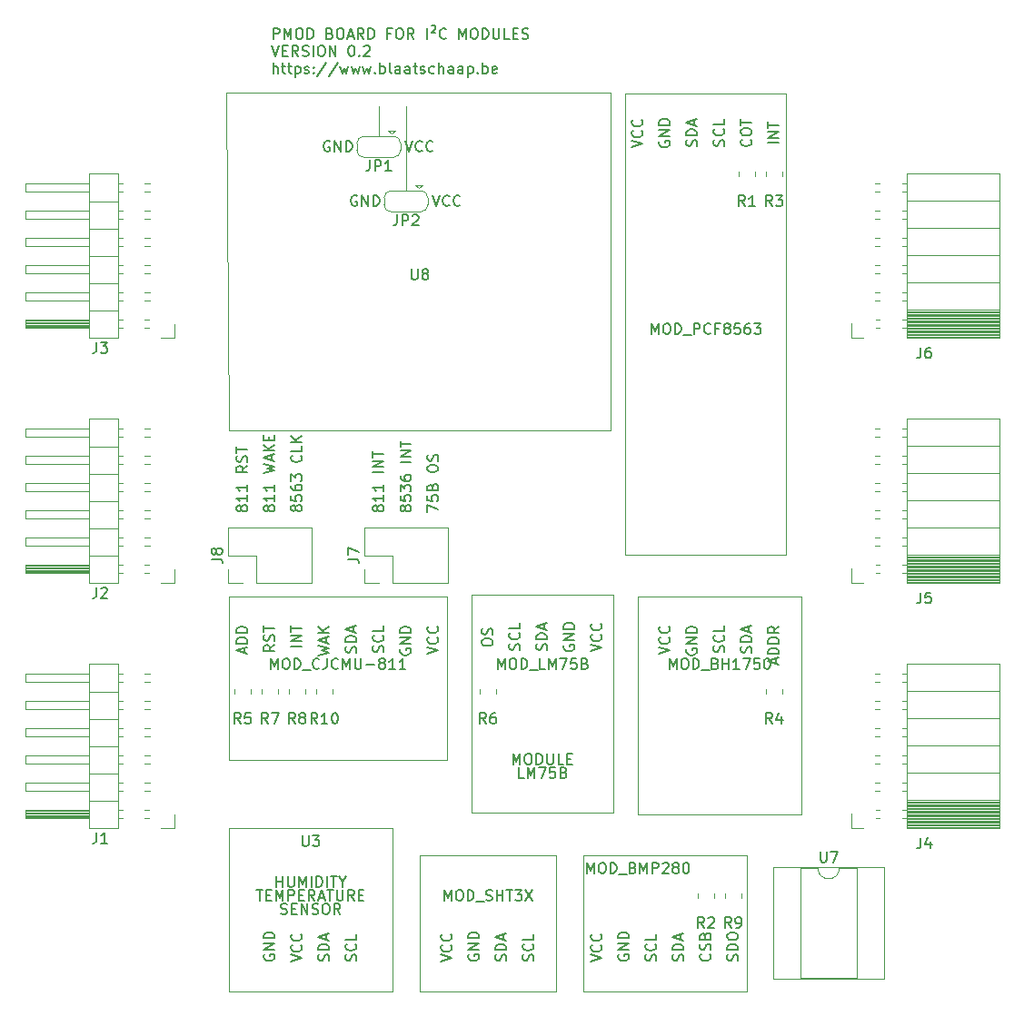
<source format=gbr>
%TF.GenerationSoftware,KiCad,Pcbnew,(6.0.5)*%
%TF.CreationDate,2022-07-15T12:31:05+02:00*%
%TF.ProjectId,i2c_modules,6932635f-6d6f-4647-956c-65732e6b6963,rev?*%
%TF.SameCoordinates,Original*%
%TF.FileFunction,Legend,Top*%
%TF.FilePolarity,Positive*%
%FSLAX46Y46*%
G04 Gerber Fmt 4.6, Leading zero omitted, Abs format (unit mm)*
G04 Created by KiCad (PCBNEW (6.0.5)) date 2022-07-15 12:31:05*
%MOMM*%
%LPD*%
G01*
G04 APERTURE LIST*
%ADD10C,0.120000*%
%ADD11C,0.150000*%
G04 APERTURE END LIST*
D10*
X86360000Y-53340000D02*
X86360000Y-61230000D01*
X83820000Y-53340000D02*
X83820000Y-56150000D01*
D11*
X73995595Y-47102380D02*
X73995595Y-46102380D01*
X74376547Y-46102380D01*
X74471785Y-46150000D01*
X74519404Y-46197619D01*
X74567023Y-46292857D01*
X74567023Y-46435714D01*
X74519404Y-46530952D01*
X74471785Y-46578571D01*
X74376547Y-46626190D01*
X73995595Y-46626190D01*
X74995595Y-47102380D02*
X74995595Y-46102380D01*
X75328928Y-46816666D01*
X75662261Y-46102380D01*
X75662261Y-47102380D01*
X76328928Y-46102380D02*
X76519404Y-46102380D01*
X76614642Y-46150000D01*
X76709880Y-46245238D01*
X76757500Y-46435714D01*
X76757500Y-46769047D01*
X76709880Y-46959523D01*
X76614642Y-47054761D01*
X76519404Y-47102380D01*
X76328928Y-47102380D01*
X76233690Y-47054761D01*
X76138452Y-46959523D01*
X76090833Y-46769047D01*
X76090833Y-46435714D01*
X76138452Y-46245238D01*
X76233690Y-46150000D01*
X76328928Y-46102380D01*
X77186071Y-47102380D02*
X77186071Y-46102380D01*
X77424166Y-46102380D01*
X77567023Y-46150000D01*
X77662261Y-46245238D01*
X77709880Y-46340476D01*
X77757500Y-46530952D01*
X77757500Y-46673809D01*
X77709880Y-46864285D01*
X77662261Y-46959523D01*
X77567023Y-47054761D01*
X77424166Y-47102380D01*
X77186071Y-47102380D01*
X79281309Y-46578571D02*
X79424166Y-46626190D01*
X79471785Y-46673809D01*
X79519404Y-46769047D01*
X79519404Y-46911904D01*
X79471785Y-47007142D01*
X79424166Y-47054761D01*
X79328928Y-47102380D01*
X78947976Y-47102380D01*
X78947976Y-46102380D01*
X79281309Y-46102380D01*
X79376547Y-46150000D01*
X79424166Y-46197619D01*
X79471785Y-46292857D01*
X79471785Y-46388095D01*
X79424166Y-46483333D01*
X79376547Y-46530952D01*
X79281309Y-46578571D01*
X78947976Y-46578571D01*
X80138452Y-46102380D02*
X80328928Y-46102380D01*
X80424166Y-46150000D01*
X80519404Y-46245238D01*
X80567023Y-46435714D01*
X80567023Y-46769047D01*
X80519404Y-46959523D01*
X80424166Y-47054761D01*
X80328928Y-47102380D01*
X80138452Y-47102380D01*
X80043214Y-47054761D01*
X79947976Y-46959523D01*
X79900357Y-46769047D01*
X79900357Y-46435714D01*
X79947976Y-46245238D01*
X80043214Y-46150000D01*
X80138452Y-46102380D01*
X80947976Y-46816666D02*
X81424166Y-46816666D01*
X80852738Y-47102380D02*
X81186071Y-46102380D01*
X81519404Y-47102380D01*
X82424166Y-47102380D02*
X82090833Y-46626190D01*
X81852738Y-47102380D02*
X81852738Y-46102380D01*
X82233690Y-46102380D01*
X82328928Y-46150000D01*
X82376547Y-46197619D01*
X82424166Y-46292857D01*
X82424166Y-46435714D01*
X82376547Y-46530952D01*
X82328928Y-46578571D01*
X82233690Y-46626190D01*
X81852738Y-46626190D01*
X82852738Y-47102380D02*
X82852738Y-46102380D01*
X83090833Y-46102380D01*
X83233690Y-46150000D01*
X83328928Y-46245238D01*
X83376547Y-46340476D01*
X83424166Y-46530952D01*
X83424166Y-46673809D01*
X83376547Y-46864285D01*
X83328928Y-46959523D01*
X83233690Y-47054761D01*
X83090833Y-47102380D01*
X82852738Y-47102380D01*
X84947976Y-46578571D02*
X84614642Y-46578571D01*
X84614642Y-47102380D02*
X84614642Y-46102380D01*
X85090833Y-46102380D01*
X85662261Y-46102380D02*
X85852738Y-46102380D01*
X85947976Y-46150000D01*
X86043214Y-46245238D01*
X86090833Y-46435714D01*
X86090833Y-46769047D01*
X86043214Y-46959523D01*
X85947976Y-47054761D01*
X85852738Y-47102380D01*
X85662261Y-47102380D01*
X85567023Y-47054761D01*
X85471785Y-46959523D01*
X85424166Y-46769047D01*
X85424166Y-46435714D01*
X85471785Y-46245238D01*
X85567023Y-46150000D01*
X85662261Y-46102380D01*
X87090833Y-47102380D02*
X86757500Y-46626190D01*
X86519404Y-47102380D02*
X86519404Y-46102380D01*
X86900357Y-46102380D01*
X86995595Y-46150000D01*
X87043214Y-46197619D01*
X87090833Y-46292857D01*
X87090833Y-46435714D01*
X87043214Y-46530952D01*
X86995595Y-46578571D01*
X86900357Y-46626190D01*
X86519404Y-46626190D01*
X88281309Y-47102380D02*
X88281309Y-46102380D01*
X88709880Y-45864285D02*
X88805119Y-45816666D01*
X88947976Y-45816666D01*
X89043214Y-45864285D01*
X89090833Y-45959523D01*
X89090833Y-46054761D01*
X89043214Y-46150000D01*
X88709880Y-46483333D01*
X89090833Y-46483333D01*
X90090833Y-47007142D02*
X90043214Y-47054761D01*
X89900357Y-47102380D01*
X89805119Y-47102380D01*
X89662261Y-47054761D01*
X89567023Y-46959523D01*
X89519404Y-46864285D01*
X89471785Y-46673809D01*
X89471785Y-46530952D01*
X89519404Y-46340476D01*
X89567023Y-46245238D01*
X89662261Y-46150000D01*
X89805119Y-46102380D01*
X89900357Y-46102380D01*
X90043214Y-46150000D01*
X90090833Y-46197619D01*
X91281309Y-47102380D02*
X91281309Y-46102380D01*
X91614642Y-46816666D01*
X91947976Y-46102380D01*
X91947976Y-47102380D01*
X92614642Y-46102380D02*
X92805119Y-46102380D01*
X92900357Y-46150000D01*
X92995595Y-46245238D01*
X93043214Y-46435714D01*
X93043214Y-46769047D01*
X92995595Y-46959523D01*
X92900357Y-47054761D01*
X92805119Y-47102380D01*
X92614642Y-47102380D01*
X92519404Y-47054761D01*
X92424166Y-46959523D01*
X92376547Y-46769047D01*
X92376547Y-46435714D01*
X92424166Y-46245238D01*
X92519404Y-46150000D01*
X92614642Y-46102380D01*
X93471785Y-47102380D02*
X93471785Y-46102380D01*
X93709880Y-46102380D01*
X93852738Y-46150000D01*
X93947976Y-46245238D01*
X93995595Y-46340476D01*
X94043214Y-46530952D01*
X94043214Y-46673809D01*
X93995595Y-46864285D01*
X93947976Y-46959523D01*
X93852738Y-47054761D01*
X93709880Y-47102380D01*
X93471785Y-47102380D01*
X94471785Y-46102380D02*
X94471785Y-46911904D01*
X94519404Y-47007142D01*
X94567023Y-47054761D01*
X94662261Y-47102380D01*
X94852738Y-47102380D01*
X94947976Y-47054761D01*
X94995595Y-47007142D01*
X95043214Y-46911904D01*
X95043214Y-46102380D01*
X95995595Y-47102380D02*
X95519404Y-47102380D01*
X95519404Y-46102380D01*
X96328928Y-46578571D02*
X96662261Y-46578571D01*
X96805119Y-47102380D02*
X96328928Y-47102380D01*
X96328928Y-46102380D01*
X96805119Y-46102380D01*
X97186071Y-47054761D02*
X97328928Y-47102380D01*
X97567023Y-47102380D01*
X97662261Y-47054761D01*
X97709880Y-47007142D01*
X97757500Y-46911904D01*
X97757500Y-46816666D01*
X97709880Y-46721428D01*
X97662261Y-46673809D01*
X97567023Y-46626190D01*
X97376547Y-46578571D01*
X97281309Y-46530952D01*
X97233690Y-46483333D01*
X97186071Y-46388095D01*
X97186071Y-46292857D01*
X97233690Y-46197619D01*
X97281309Y-46150000D01*
X97376547Y-46102380D01*
X97614642Y-46102380D01*
X97757500Y-46150000D01*
X73852738Y-47712380D02*
X74186071Y-48712380D01*
X74519404Y-47712380D01*
X74852738Y-48188571D02*
X75186071Y-48188571D01*
X75328928Y-48712380D02*
X74852738Y-48712380D01*
X74852738Y-47712380D01*
X75328928Y-47712380D01*
X76328928Y-48712380D02*
X75995595Y-48236190D01*
X75757500Y-48712380D02*
X75757500Y-47712380D01*
X76138452Y-47712380D01*
X76233690Y-47760000D01*
X76281309Y-47807619D01*
X76328928Y-47902857D01*
X76328928Y-48045714D01*
X76281309Y-48140952D01*
X76233690Y-48188571D01*
X76138452Y-48236190D01*
X75757500Y-48236190D01*
X76709880Y-48664761D02*
X76852738Y-48712380D01*
X77090833Y-48712380D01*
X77186071Y-48664761D01*
X77233690Y-48617142D01*
X77281309Y-48521904D01*
X77281309Y-48426666D01*
X77233690Y-48331428D01*
X77186071Y-48283809D01*
X77090833Y-48236190D01*
X76900357Y-48188571D01*
X76805119Y-48140952D01*
X76757500Y-48093333D01*
X76709880Y-47998095D01*
X76709880Y-47902857D01*
X76757500Y-47807619D01*
X76805119Y-47760000D01*
X76900357Y-47712380D01*
X77138452Y-47712380D01*
X77281309Y-47760000D01*
X77709880Y-48712380D02*
X77709880Y-47712380D01*
X78376547Y-47712380D02*
X78567023Y-47712380D01*
X78662261Y-47760000D01*
X78757500Y-47855238D01*
X78805119Y-48045714D01*
X78805119Y-48379047D01*
X78757500Y-48569523D01*
X78662261Y-48664761D01*
X78567023Y-48712380D01*
X78376547Y-48712380D01*
X78281309Y-48664761D01*
X78186071Y-48569523D01*
X78138452Y-48379047D01*
X78138452Y-48045714D01*
X78186071Y-47855238D01*
X78281309Y-47760000D01*
X78376547Y-47712380D01*
X79233690Y-48712380D02*
X79233690Y-47712380D01*
X79805119Y-48712380D01*
X79805119Y-47712380D01*
X81233690Y-47712380D02*
X81328928Y-47712380D01*
X81424166Y-47760000D01*
X81471785Y-47807619D01*
X81519404Y-47902857D01*
X81567023Y-48093333D01*
X81567023Y-48331428D01*
X81519404Y-48521904D01*
X81471785Y-48617142D01*
X81424166Y-48664761D01*
X81328928Y-48712380D01*
X81233690Y-48712380D01*
X81138452Y-48664761D01*
X81090833Y-48617142D01*
X81043214Y-48521904D01*
X80995595Y-48331428D01*
X80995595Y-48093333D01*
X81043214Y-47902857D01*
X81090833Y-47807619D01*
X81138452Y-47760000D01*
X81233690Y-47712380D01*
X81995595Y-48617142D02*
X82043214Y-48664761D01*
X81995595Y-48712380D01*
X81947976Y-48664761D01*
X81995595Y-48617142D01*
X81995595Y-48712380D01*
X82424166Y-47807619D02*
X82471785Y-47760000D01*
X82567023Y-47712380D01*
X82805119Y-47712380D01*
X82900357Y-47760000D01*
X82947976Y-47807619D01*
X82995595Y-47902857D01*
X82995595Y-47998095D01*
X82947976Y-48140952D01*
X82376547Y-48712380D01*
X82995595Y-48712380D01*
X73995595Y-50322380D02*
X73995595Y-49322380D01*
X74424166Y-50322380D02*
X74424166Y-49798571D01*
X74376547Y-49703333D01*
X74281309Y-49655714D01*
X74138452Y-49655714D01*
X74043214Y-49703333D01*
X73995595Y-49750952D01*
X74757500Y-49655714D02*
X75138452Y-49655714D01*
X74900357Y-49322380D02*
X74900357Y-50179523D01*
X74947976Y-50274761D01*
X75043214Y-50322380D01*
X75138452Y-50322380D01*
X75328928Y-49655714D02*
X75709880Y-49655714D01*
X75471785Y-49322380D02*
X75471785Y-50179523D01*
X75519404Y-50274761D01*
X75614642Y-50322380D01*
X75709880Y-50322380D01*
X76043214Y-49655714D02*
X76043214Y-50655714D01*
X76043214Y-49703333D02*
X76138452Y-49655714D01*
X76328928Y-49655714D01*
X76424166Y-49703333D01*
X76471785Y-49750952D01*
X76519404Y-49846190D01*
X76519404Y-50131904D01*
X76471785Y-50227142D01*
X76424166Y-50274761D01*
X76328928Y-50322380D01*
X76138452Y-50322380D01*
X76043214Y-50274761D01*
X76900357Y-50274761D02*
X76995595Y-50322380D01*
X77186071Y-50322380D01*
X77281309Y-50274761D01*
X77328928Y-50179523D01*
X77328928Y-50131904D01*
X77281309Y-50036666D01*
X77186071Y-49989047D01*
X77043214Y-49989047D01*
X76947976Y-49941428D01*
X76900357Y-49846190D01*
X76900357Y-49798571D01*
X76947976Y-49703333D01*
X77043214Y-49655714D01*
X77186071Y-49655714D01*
X77281309Y-49703333D01*
X77757500Y-50227142D02*
X77805119Y-50274761D01*
X77757500Y-50322380D01*
X77709880Y-50274761D01*
X77757500Y-50227142D01*
X77757500Y-50322380D01*
X77757500Y-49703333D02*
X77805119Y-49750952D01*
X77757500Y-49798571D01*
X77709880Y-49750952D01*
X77757500Y-49703333D01*
X77757500Y-49798571D01*
X78947976Y-49274761D02*
X78090833Y-50560476D01*
X79995595Y-49274761D02*
X79138452Y-50560476D01*
X80233690Y-49655714D02*
X80424166Y-50322380D01*
X80614642Y-49846190D01*
X80805119Y-50322380D01*
X80995595Y-49655714D01*
X81281309Y-49655714D02*
X81471785Y-50322380D01*
X81662261Y-49846190D01*
X81852738Y-50322380D01*
X82043214Y-49655714D01*
X82328928Y-49655714D02*
X82519404Y-50322380D01*
X82709880Y-49846190D01*
X82900357Y-50322380D01*
X83090833Y-49655714D01*
X83471785Y-50227142D02*
X83519404Y-50274761D01*
X83471785Y-50322380D01*
X83424166Y-50274761D01*
X83471785Y-50227142D01*
X83471785Y-50322380D01*
X83947976Y-50322380D02*
X83947976Y-49322380D01*
X83947976Y-49703333D02*
X84043214Y-49655714D01*
X84233690Y-49655714D01*
X84328928Y-49703333D01*
X84376547Y-49750952D01*
X84424166Y-49846190D01*
X84424166Y-50131904D01*
X84376547Y-50227142D01*
X84328928Y-50274761D01*
X84233690Y-50322380D01*
X84043214Y-50322380D01*
X83947976Y-50274761D01*
X84995595Y-50322380D02*
X84900357Y-50274761D01*
X84852738Y-50179523D01*
X84852738Y-49322380D01*
X85805119Y-50322380D02*
X85805119Y-49798571D01*
X85757500Y-49703333D01*
X85662261Y-49655714D01*
X85471785Y-49655714D01*
X85376547Y-49703333D01*
X85805119Y-50274761D02*
X85709880Y-50322380D01*
X85471785Y-50322380D01*
X85376547Y-50274761D01*
X85328928Y-50179523D01*
X85328928Y-50084285D01*
X85376547Y-49989047D01*
X85471785Y-49941428D01*
X85709880Y-49941428D01*
X85805119Y-49893809D01*
X86709880Y-50322380D02*
X86709880Y-49798571D01*
X86662261Y-49703333D01*
X86567023Y-49655714D01*
X86376547Y-49655714D01*
X86281309Y-49703333D01*
X86709880Y-50274761D02*
X86614642Y-50322380D01*
X86376547Y-50322380D01*
X86281309Y-50274761D01*
X86233690Y-50179523D01*
X86233690Y-50084285D01*
X86281309Y-49989047D01*
X86376547Y-49941428D01*
X86614642Y-49941428D01*
X86709880Y-49893809D01*
X87043214Y-49655714D02*
X87424166Y-49655714D01*
X87186071Y-49322380D02*
X87186071Y-50179523D01*
X87233690Y-50274761D01*
X87328928Y-50322380D01*
X87424166Y-50322380D01*
X87709880Y-50274761D02*
X87805119Y-50322380D01*
X87995595Y-50322380D01*
X88090833Y-50274761D01*
X88138452Y-50179523D01*
X88138452Y-50131904D01*
X88090833Y-50036666D01*
X87995595Y-49989047D01*
X87852738Y-49989047D01*
X87757500Y-49941428D01*
X87709880Y-49846190D01*
X87709880Y-49798571D01*
X87757500Y-49703333D01*
X87852738Y-49655714D01*
X87995595Y-49655714D01*
X88090833Y-49703333D01*
X88995595Y-50274761D02*
X88900357Y-50322380D01*
X88709880Y-50322380D01*
X88614642Y-50274761D01*
X88567023Y-50227142D01*
X88519404Y-50131904D01*
X88519404Y-49846190D01*
X88567023Y-49750952D01*
X88614642Y-49703333D01*
X88709880Y-49655714D01*
X88900357Y-49655714D01*
X88995595Y-49703333D01*
X89424166Y-50322380D02*
X89424166Y-49322380D01*
X89852738Y-50322380D02*
X89852738Y-49798571D01*
X89805119Y-49703333D01*
X89709880Y-49655714D01*
X89567023Y-49655714D01*
X89471785Y-49703333D01*
X89424166Y-49750952D01*
X90757500Y-50322380D02*
X90757500Y-49798571D01*
X90709880Y-49703333D01*
X90614642Y-49655714D01*
X90424166Y-49655714D01*
X90328928Y-49703333D01*
X90757500Y-50274761D02*
X90662261Y-50322380D01*
X90424166Y-50322380D01*
X90328928Y-50274761D01*
X90281309Y-50179523D01*
X90281309Y-50084285D01*
X90328928Y-49989047D01*
X90424166Y-49941428D01*
X90662261Y-49941428D01*
X90757500Y-49893809D01*
X91662261Y-50322380D02*
X91662261Y-49798571D01*
X91614642Y-49703333D01*
X91519404Y-49655714D01*
X91328928Y-49655714D01*
X91233690Y-49703333D01*
X91662261Y-50274761D02*
X91567023Y-50322380D01*
X91328928Y-50322380D01*
X91233690Y-50274761D01*
X91186071Y-50179523D01*
X91186071Y-50084285D01*
X91233690Y-49989047D01*
X91328928Y-49941428D01*
X91567023Y-49941428D01*
X91662261Y-49893809D01*
X92138452Y-49655714D02*
X92138452Y-50655714D01*
X92138452Y-49703333D02*
X92233690Y-49655714D01*
X92424166Y-49655714D01*
X92519404Y-49703333D01*
X92567023Y-49750952D01*
X92614642Y-49846190D01*
X92614642Y-50131904D01*
X92567023Y-50227142D01*
X92519404Y-50274761D01*
X92424166Y-50322380D01*
X92233690Y-50322380D01*
X92138452Y-50274761D01*
X93043214Y-50227142D02*
X93090833Y-50274761D01*
X93043214Y-50322380D01*
X92995595Y-50274761D01*
X93043214Y-50227142D01*
X93043214Y-50322380D01*
X93519404Y-50322380D02*
X93519404Y-49322380D01*
X93519404Y-49703333D02*
X93614642Y-49655714D01*
X93805119Y-49655714D01*
X93900357Y-49703333D01*
X93947976Y-49750952D01*
X93995595Y-49846190D01*
X93995595Y-50131904D01*
X93947976Y-50227142D01*
X93900357Y-50274761D01*
X93805119Y-50322380D01*
X93614642Y-50322380D01*
X93519404Y-50274761D01*
X94805119Y-50274761D02*
X94709880Y-50322380D01*
X94519404Y-50322380D01*
X94424166Y-50274761D01*
X94376547Y-50179523D01*
X94376547Y-49798571D01*
X94424166Y-49703333D01*
X94519404Y-49655714D01*
X94709880Y-49655714D01*
X94805119Y-49703333D01*
X94852738Y-49798571D01*
X94852738Y-49893809D01*
X94376547Y-49989047D01*
X88836666Y-61682380D02*
X89170000Y-62682380D01*
X89503333Y-61682380D01*
X90408095Y-62587142D02*
X90360476Y-62634761D01*
X90217619Y-62682380D01*
X90122380Y-62682380D01*
X89979523Y-62634761D01*
X89884285Y-62539523D01*
X89836666Y-62444285D01*
X89789047Y-62253809D01*
X89789047Y-62110952D01*
X89836666Y-61920476D01*
X89884285Y-61825238D01*
X89979523Y-61730000D01*
X90122380Y-61682380D01*
X90217619Y-61682380D01*
X90360476Y-61730000D01*
X90408095Y-61777619D01*
X91408095Y-62587142D02*
X91360476Y-62634761D01*
X91217619Y-62682380D01*
X91122380Y-62682380D01*
X90979523Y-62634761D01*
X90884285Y-62539523D01*
X90836666Y-62444285D01*
X90789047Y-62253809D01*
X90789047Y-62110952D01*
X90836666Y-61920476D01*
X90884285Y-61825238D01*
X90979523Y-61730000D01*
X91122380Y-61682380D01*
X91217619Y-61682380D01*
X91360476Y-61730000D01*
X91408095Y-61777619D01*
X88352380Y-91199642D02*
X88352380Y-90532976D01*
X89352380Y-90961547D01*
X88352380Y-89675833D02*
X88352380Y-90152023D01*
X88828571Y-90199642D01*
X88780952Y-90152023D01*
X88733333Y-90056785D01*
X88733333Y-89818690D01*
X88780952Y-89723452D01*
X88828571Y-89675833D01*
X88923809Y-89628214D01*
X89161904Y-89628214D01*
X89257142Y-89675833D01*
X89304761Y-89723452D01*
X89352380Y-89818690D01*
X89352380Y-90056785D01*
X89304761Y-90152023D01*
X89257142Y-90199642D01*
X88828571Y-88866309D02*
X88876190Y-88723452D01*
X88923809Y-88675833D01*
X89019047Y-88628214D01*
X89161904Y-88628214D01*
X89257142Y-88675833D01*
X89304761Y-88723452D01*
X89352380Y-88818690D01*
X89352380Y-89199642D01*
X88352380Y-89199642D01*
X88352380Y-88866309D01*
X88400000Y-88771071D01*
X88447619Y-88723452D01*
X88542857Y-88675833D01*
X88638095Y-88675833D01*
X88733333Y-88723452D01*
X88780952Y-88771071D01*
X88828571Y-88866309D01*
X88828571Y-89199642D01*
X88352380Y-87247261D02*
X88352380Y-87056785D01*
X88400000Y-86961547D01*
X88495238Y-86866309D01*
X88685714Y-86818690D01*
X89019047Y-86818690D01*
X89209523Y-86866309D01*
X89304761Y-86961547D01*
X89352380Y-87056785D01*
X89352380Y-87247261D01*
X89304761Y-87342500D01*
X89209523Y-87437738D01*
X89019047Y-87485357D01*
X88685714Y-87485357D01*
X88495238Y-87437738D01*
X88400000Y-87342500D01*
X88352380Y-87247261D01*
X89304761Y-86437738D02*
X89352380Y-86294880D01*
X89352380Y-86056785D01*
X89304761Y-85961547D01*
X89257142Y-85913928D01*
X89161904Y-85866309D01*
X89066666Y-85866309D01*
X88971428Y-85913928D01*
X88923809Y-85961547D01*
X88876190Y-86056785D01*
X88828571Y-86247261D01*
X88780952Y-86342500D01*
X88733333Y-86390119D01*
X88638095Y-86437738D01*
X88542857Y-86437738D01*
X88447619Y-86390119D01*
X88400000Y-86342500D01*
X88352380Y-86247261D01*
X88352380Y-86009166D01*
X88400000Y-85866309D01*
X79248095Y-56650000D02*
X79152857Y-56602380D01*
X79010000Y-56602380D01*
X78867142Y-56650000D01*
X78771904Y-56745238D01*
X78724285Y-56840476D01*
X78676666Y-57030952D01*
X78676666Y-57173809D01*
X78724285Y-57364285D01*
X78771904Y-57459523D01*
X78867142Y-57554761D01*
X79010000Y-57602380D01*
X79105238Y-57602380D01*
X79248095Y-57554761D01*
X79295714Y-57507142D01*
X79295714Y-57173809D01*
X79105238Y-57173809D01*
X79724285Y-57602380D02*
X79724285Y-56602380D01*
X80295714Y-57602380D01*
X80295714Y-56602380D01*
X80771904Y-57602380D02*
X80771904Y-56602380D01*
X81010000Y-56602380D01*
X81152857Y-56650000D01*
X81248095Y-56745238D01*
X81295714Y-56840476D01*
X81343333Y-57030952D01*
X81343333Y-57173809D01*
X81295714Y-57364285D01*
X81248095Y-57459523D01*
X81152857Y-57554761D01*
X81010000Y-57602380D01*
X80771904Y-57602380D01*
X73540952Y-90961547D02*
X73493333Y-91056785D01*
X73445714Y-91104404D01*
X73350476Y-91152023D01*
X73302857Y-91152023D01*
X73207619Y-91104404D01*
X73160000Y-91056785D01*
X73112380Y-90961547D01*
X73112380Y-90771071D01*
X73160000Y-90675833D01*
X73207619Y-90628214D01*
X73302857Y-90580595D01*
X73350476Y-90580595D01*
X73445714Y-90628214D01*
X73493333Y-90675833D01*
X73540952Y-90771071D01*
X73540952Y-90961547D01*
X73588571Y-91056785D01*
X73636190Y-91104404D01*
X73731428Y-91152023D01*
X73921904Y-91152023D01*
X74017142Y-91104404D01*
X74064761Y-91056785D01*
X74112380Y-90961547D01*
X74112380Y-90771071D01*
X74064761Y-90675833D01*
X74017142Y-90628214D01*
X73921904Y-90580595D01*
X73731428Y-90580595D01*
X73636190Y-90628214D01*
X73588571Y-90675833D01*
X73540952Y-90771071D01*
X74112380Y-89628214D02*
X74112380Y-90199642D01*
X74112380Y-89913928D02*
X73112380Y-89913928D01*
X73255238Y-90009166D01*
X73350476Y-90104404D01*
X73398095Y-90199642D01*
X74112380Y-88675833D02*
X74112380Y-89247261D01*
X74112380Y-88961547D02*
X73112380Y-88961547D01*
X73255238Y-89056785D01*
X73350476Y-89152023D01*
X73398095Y-89247261D01*
X73112380Y-87580595D02*
X74112380Y-87342500D01*
X73398095Y-87152023D01*
X74112380Y-86961547D01*
X73112380Y-86723452D01*
X73826666Y-86390119D02*
X73826666Y-85913928D01*
X74112380Y-86485357D02*
X73112380Y-86152023D01*
X74112380Y-85818690D01*
X74112380Y-85485357D02*
X73112380Y-85485357D01*
X74112380Y-84913928D02*
X73540952Y-85342500D01*
X73112380Y-84913928D02*
X73683809Y-85485357D01*
X73588571Y-84485357D02*
X73588571Y-84152023D01*
X74112380Y-84009166D02*
X74112380Y-84485357D01*
X73112380Y-84485357D01*
X73112380Y-84009166D01*
X86255952Y-90961547D02*
X86208333Y-91056785D01*
X86160714Y-91104404D01*
X86065476Y-91152023D01*
X86017857Y-91152023D01*
X85922619Y-91104404D01*
X85875000Y-91056785D01*
X85827380Y-90961547D01*
X85827380Y-90771071D01*
X85875000Y-90675833D01*
X85922619Y-90628214D01*
X86017857Y-90580595D01*
X86065476Y-90580595D01*
X86160714Y-90628214D01*
X86208333Y-90675833D01*
X86255952Y-90771071D01*
X86255952Y-90961547D01*
X86303571Y-91056785D01*
X86351190Y-91104404D01*
X86446428Y-91152023D01*
X86636904Y-91152023D01*
X86732142Y-91104404D01*
X86779761Y-91056785D01*
X86827380Y-90961547D01*
X86827380Y-90771071D01*
X86779761Y-90675833D01*
X86732142Y-90628214D01*
X86636904Y-90580595D01*
X86446428Y-90580595D01*
X86351190Y-90628214D01*
X86303571Y-90675833D01*
X86255952Y-90771071D01*
X85827380Y-89675833D02*
X85827380Y-90152023D01*
X86303571Y-90199642D01*
X86255952Y-90152023D01*
X86208333Y-90056785D01*
X86208333Y-89818690D01*
X86255952Y-89723452D01*
X86303571Y-89675833D01*
X86398809Y-89628214D01*
X86636904Y-89628214D01*
X86732142Y-89675833D01*
X86779761Y-89723452D01*
X86827380Y-89818690D01*
X86827380Y-90056785D01*
X86779761Y-90152023D01*
X86732142Y-90199642D01*
X85827380Y-89294880D02*
X85827380Y-88675833D01*
X86208333Y-89009166D01*
X86208333Y-88866309D01*
X86255952Y-88771071D01*
X86303571Y-88723452D01*
X86398809Y-88675833D01*
X86636904Y-88675833D01*
X86732142Y-88723452D01*
X86779761Y-88771071D01*
X86827380Y-88866309D01*
X86827380Y-89152023D01*
X86779761Y-89247261D01*
X86732142Y-89294880D01*
X85827380Y-87818690D02*
X85827380Y-88009166D01*
X85875000Y-88104404D01*
X85922619Y-88152023D01*
X86065476Y-88247261D01*
X86255952Y-88294880D01*
X86636904Y-88294880D01*
X86732142Y-88247261D01*
X86779761Y-88199642D01*
X86827380Y-88104404D01*
X86827380Y-87913928D01*
X86779761Y-87818690D01*
X86732142Y-87771071D01*
X86636904Y-87723452D01*
X86398809Y-87723452D01*
X86303571Y-87771071D01*
X86255952Y-87818690D01*
X86208333Y-87913928D01*
X86208333Y-88104404D01*
X86255952Y-88199642D01*
X86303571Y-88247261D01*
X86398809Y-88294880D01*
X86827380Y-86532976D02*
X85827380Y-86532976D01*
X86827380Y-86056785D02*
X85827380Y-86056785D01*
X86827380Y-85485357D01*
X85827380Y-85485357D01*
X85827380Y-85152023D02*
X85827380Y-84580595D01*
X86827380Y-84866309D02*
X85827380Y-84866309D01*
X86296666Y-56602380D02*
X86630000Y-57602380D01*
X86963333Y-56602380D01*
X87868095Y-57507142D02*
X87820476Y-57554761D01*
X87677619Y-57602380D01*
X87582380Y-57602380D01*
X87439523Y-57554761D01*
X87344285Y-57459523D01*
X87296666Y-57364285D01*
X87249047Y-57173809D01*
X87249047Y-57030952D01*
X87296666Y-56840476D01*
X87344285Y-56745238D01*
X87439523Y-56650000D01*
X87582380Y-56602380D01*
X87677619Y-56602380D01*
X87820476Y-56650000D01*
X87868095Y-56697619D01*
X88868095Y-57507142D02*
X88820476Y-57554761D01*
X88677619Y-57602380D01*
X88582380Y-57602380D01*
X88439523Y-57554761D01*
X88344285Y-57459523D01*
X88296666Y-57364285D01*
X88249047Y-57173809D01*
X88249047Y-57030952D01*
X88296666Y-56840476D01*
X88344285Y-56745238D01*
X88439523Y-56650000D01*
X88582380Y-56602380D01*
X88677619Y-56602380D01*
X88820476Y-56650000D01*
X88868095Y-56697619D01*
X71000952Y-90961547D02*
X70953333Y-91056785D01*
X70905714Y-91104404D01*
X70810476Y-91152023D01*
X70762857Y-91152023D01*
X70667619Y-91104404D01*
X70620000Y-91056785D01*
X70572380Y-90961547D01*
X70572380Y-90771071D01*
X70620000Y-90675833D01*
X70667619Y-90628214D01*
X70762857Y-90580595D01*
X70810476Y-90580595D01*
X70905714Y-90628214D01*
X70953333Y-90675833D01*
X71000952Y-90771071D01*
X71000952Y-90961547D01*
X71048571Y-91056785D01*
X71096190Y-91104404D01*
X71191428Y-91152023D01*
X71381904Y-91152023D01*
X71477142Y-91104404D01*
X71524761Y-91056785D01*
X71572380Y-90961547D01*
X71572380Y-90771071D01*
X71524761Y-90675833D01*
X71477142Y-90628214D01*
X71381904Y-90580595D01*
X71191428Y-90580595D01*
X71096190Y-90628214D01*
X71048571Y-90675833D01*
X71000952Y-90771071D01*
X71572380Y-89628214D02*
X71572380Y-90199642D01*
X71572380Y-89913928D02*
X70572380Y-89913928D01*
X70715238Y-90009166D01*
X70810476Y-90104404D01*
X70858095Y-90199642D01*
X71572380Y-88675833D02*
X71572380Y-89247261D01*
X71572380Y-88961547D02*
X70572380Y-88961547D01*
X70715238Y-89056785D01*
X70810476Y-89152023D01*
X70858095Y-89247261D01*
X71572380Y-86913928D02*
X71096190Y-87247261D01*
X71572380Y-87485357D02*
X70572380Y-87485357D01*
X70572380Y-87104404D01*
X70620000Y-87009166D01*
X70667619Y-86961547D01*
X70762857Y-86913928D01*
X70905714Y-86913928D01*
X71000952Y-86961547D01*
X71048571Y-87009166D01*
X71096190Y-87104404D01*
X71096190Y-87485357D01*
X71524761Y-86532976D02*
X71572380Y-86390119D01*
X71572380Y-86152023D01*
X71524761Y-86056785D01*
X71477142Y-86009166D01*
X71381904Y-85961547D01*
X71286666Y-85961547D01*
X71191428Y-86009166D01*
X71143809Y-86056785D01*
X71096190Y-86152023D01*
X71048571Y-86342500D01*
X71000952Y-86437738D01*
X70953333Y-86485357D01*
X70858095Y-86532976D01*
X70762857Y-86532976D01*
X70667619Y-86485357D01*
X70620000Y-86437738D01*
X70572380Y-86342500D01*
X70572380Y-86104404D01*
X70620000Y-85961547D01*
X70572380Y-85675833D02*
X70572380Y-85104404D01*
X71572380Y-85390119D02*
X70572380Y-85390119D01*
X76080952Y-90939523D02*
X76033333Y-91034761D01*
X75985714Y-91082380D01*
X75890476Y-91130000D01*
X75842857Y-91130000D01*
X75747619Y-91082380D01*
X75700000Y-91034761D01*
X75652380Y-90939523D01*
X75652380Y-90749047D01*
X75700000Y-90653809D01*
X75747619Y-90606190D01*
X75842857Y-90558571D01*
X75890476Y-90558571D01*
X75985714Y-90606190D01*
X76033333Y-90653809D01*
X76080952Y-90749047D01*
X76080952Y-90939523D01*
X76128571Y-91034761D01*
X76176190Y-91082380D01*
X76271428Y-91130000D01*
X76461904Y-91130000D01*
X76557142Y-91082380D01*
X76604761Y-91034761D01*
X76652380Y-90939523D01*
X76652380Y-90749047D01*
X76604761Y-90653809D01*
X76557142Y-90606190D01*
X76461904Y-90558571D01*
X76271428Y-90558571D01*
X76176190Y-90606190D01*
X76128571Y-90653809D01*
X76080952Y-90749047D01*
X75652380Y-89653809D02*
X75652380Y-90130000D01*
X76128571Y-90177619D01*
X76080952Y-90130000D01*
X76033333Y-90034761D01*
X76033333Y-89796666D01*
X76080952Y-89701428D01*
X76128571Y-89653809D01*
X76223809Y-89606190D01*
X76461904Y-89606190D01*
X76557142Y-89653809D01*
X76604761Y-89701428D01*
X76652380Y-89796666D01*
X76652380Y-90034761D01*
X76604761Y-90130000D01*
X76557142Y-90177619D01*
X75652380Y-88749047D02*
X75652380Y-88939523D01*
X75700000Y-89034761D01*
X75747619Y-89082380D01*
X75890476Y-89177619D01*
X76080952Y-89225238D01*
X76461904Y-89225238D01*
X76557142Y-89177619D01*
X76604761Y-89130000D01*
X76652380Y-89034761D01*
X76652380Y-88844285D01*
X76604761Y-88749047D01*
X76557142Y-88701428D01*
X76461904Y-88653809D01*
X76223809Y-88653809D01*
X76128571Y-88701428D01*
X76080952Y-88749047D01*
X76033333Y-88844285D01*
X76033333Y-89034761D01*
X76080952Y-89130000D01*
X76128571Y-89177619D01*
X76223809Y-89225238D01*
X75652380Y-88320476D02*
X75652380Y-87701428D01*
X76033333Y-88034761D01*
X76033333Y-87891904D01*
X76080952Y-87796666D01*
X76128571Y-87749047D01*
X76223809Y-87701428D01*
X76461904Y-87701428D01*
X76557142Y-87749047D01*
X76604761Y-87796666D01*
X76652380Y-87891904D01*
X76652380Y-88177619D01*
X76604761Y-88272857D01*
X76557142Y-88320476D01*
X76557142Y-85939523D02*
X76604761Y-85987142D01*
X76652380Y-86130000D01*
X76652380Y-86225238D01*
X76604761Y-86368095D01*
X76509523Y-86463333D01*
X76414285Y-86510952D01*
X76223809Y-86558571D01*
X76080952Y-86558571D01*
X75890476Y-86510952D01*
X75795238Y-86463333D01*
X75700000Y-86368095D01*
X75652380Y-86225238D01*
X75652380Y-86130000D01*
X75700000Y-85987142D01*
X75747619Y-85939523D01*
X76652380Y-85034761D02*
X76652380Y-85510952D01*
X75652380Y-85510952D01*
X76652380Y-84701428D02*
X75652380Y-84701428D01*
X76652380Y-84130000D02*
X76080952Y-84558571D01*
X75652380Y-84130000D02*
X76223809Y-84701428D01*
X83700952Y-90961547D02*
X83653333Y-91056785D01*
X83605714Y-91104404D01*
X83510476Y-91152023D01*
X83462857Y-91152023D01*
X83367619Y-91104404D01*
X83320000Y-91056785D01*
X83272380Y-90961547D01*
X83272380Y-90771071D01*
X83320000Y-90675833D01*
X83367619Y-90628214D01*
X83462857Y-90580595D01*
X83510476Y-90580595D01*
X83605714Y-90628214D01*
X83653333Y-90675833D01*
X83700952Y-90771071D01*
X83700952Y-90961547D01*
X83748571Y-91056785D01*
X83796190Y-91104404D01*
X83891428Y-91152023D01*
X84081904Y-91152023D01*
X84177142Y-91104404D01*
X84224761Y-91056785D01*
X84272380Y-90961547D01*
X84272380Y-90771071D01*
X84224761Y-90675833D01*
X84177142Y-90628214D01*
X84081904Y-90580595D01*
X83891428Y-90580595D01*
X83796190Y-90628214D01*
X83748571Y-90675833D01*
X83700952Y-90771071D01*
X84272380Y-89628214D02*
X84272380Y-90199642D01*
X84272380Y-89913928D02*
X83272380Y-89913928D01*
X83415238Y-90009166D01*
X83510476Y-90104404D01*
X83558095Y-90199642D01*
X84272380Y-88675833D02*
X84272380Y-89247261D01*
X84272380Y-88961547D02*
X83272380Y-88961547D01*
X83415238Y-89056785D01*
X83510476Y-89152023D01*
X83558095Y-89247261D01*
X84272380Y-87485357D02*
X83272380Y-87485357D01*
X84272380Y-87009166D02*
X83272380Y-87009166D01*
X84272380Y-86437738D01*
X83272380Y-86437738D01*
X83272380Y-86104404D02*
X83272380Y-85532976D01*
X84272380Y-85818690D02*
X83272380Y-85818690D01*
X81788095Y-61730000D02*
X81692857Y-61682380D01*
X81550000Y-61682380D01*
X81407142Y-61730000D01*
X81311904Y-61825238D01*
X81264285Y-61920476D01*
X81216666Y-62110952D01*
X81216666Y-62253809D01*
X81264285Y-62444285D01*
X81311904Y-62539523D01*
X81407142Y-62634761D01*
X81550000Y-62682380D01*
X81645238Y-62682380D01*
X81788095Y-62634761D01*
X81835714Y-62587142D01*
X81835714Y-62253809D01*
X81645238Y-62253809D01*
X82264285Y-62682380D02*
X82264285Y-61682380D01*
X82835714Y-62682380D01*
X82835714Y-61682380D01*
X83311904Y-62682380D02*
X83311904Y-61682380D01*
X83550000Y-61682380D01*
X83692857Y-61730000D01*
X83788095Y-61825238D01*
X83835714Y-61920476D01*
X83883333Y-62110952D01*
X83883333Y-62253809D01*
X83835714Y-62444285D01*
X83788095Y-62539523D01*
X83692857Y-62634761D01*
X83550000Y-62682380D01*
X83311904Y-62682380D01*
%TO.C,U1*%
X94893333Y-105862380D02*
X94893333Y-104862380D01*
X95226666Y-105576666D01*
X95560000Y-104862380D01*
X95560000Y-105862380D01*
X96226666Y-104862380D02*
X96417142Y-104862380D01*
X96512380Y-104910000D01*
X96607619Y-105005238D01*
X96655238Y-105195714D01*
X96655238Y-105529047D01*
X96607619Y-105719523D01*
X96512380Y-105814761D01*
X96417142Y-105862380D01*
X96226666Y-105862380D01*
X96131428Y-105814761D01*
X96036190Y-105719523D01*
X95988571Y-105529047D01*
X95988571Y-105195714D01*
X96036190Y-105005238D01*
X96131428Y-104910000D01*
X96226666Y-104862380D01*
X97083809Y-105862380D02*
X97083809Y-104862380D01*
X97321904Y-104862380D01*
X97464761Y-104910000D01*
X97560000Y-105005238D01*
X97607619Y-105100476D01*
X97655238Y-105290952D01*
X97655238Y-105433809D01*
X97607619Y-105624285D01*
X97560000Y-105719523D01*
X97464761Y-105814761D01*
X97321904Y-105862380D01*
X97083809Y-105862380D01*
X97845714Y-105957619D02*
X98607619Y-105957619D01*
X99321904Y-105862380D02*
X98845714Y-105862380D01*
X98845714Y-104862380D01*
X99655238Y-105862380D02*
X99655238Y-104862380D01*
X99988571Y-105576666D01*
X100321904Y-104862380D01*
X100321904Y-105862380D01*
X100702857Y-104862380D02*
X101369523Y-104862380D01*
X100940952Y-105862380D01*
X102226666Y-104862380D02*
X101750476Y-104862380D01*
X101702857Y-105338571D01*
X101750476Y-105290952D01*
X101845714Y-105243333D01*
X102083809Y-105243333D01*
X102179047Y-105290952D01*
X102226666Y-105338571D01*
X102274285Y-105433809D01*
X102274285Y-105671904D01*
X102226666Y-105767142D01*
X102179047Y-105814761D01*
X102083809Y-105862380D01*
X101845714Y-105862380D01*
X101750476Y-105814761D01*
X101702857Y-105767142D01*
X103036190Y-105338571D02*
X103179047Y-105386190D01*
X103226666Y-105433809D01*
X103274285Y-105529047D01*
X103274285Y-105671904D01*
X103226666Y-105767142D01*
X103179047Y-105814761D01*
X103083809Y-105862380D01*
X102702857Y-105862380D01*
X102702857Y-104862380D01*
X103036190Y-104862380D01*
X103131428Y-104910000D01*
X103179047Y-104957619D01*
X103226666Y-105052857D01*
X103226666Y-105148095D01*
X103179047Y-105243333D01*
X103131428Y-105290952D01*
X103036190Y-105338571D01*
X102702857Y-105338571D01*
X99464761Y-104084285D02*
X99512380Y-103941428D01*
X99512380Y-103703333D01*
X99464761Y-103608095D01*
X99417142Y-103560476D01*
X99321904Y-103512857D01*
X99226666Y-103512857D01*
X99131428Y-103560476D01*
X99083809Y-103608095D01*
X99036190Y-103703333D01*
X98988571Y-103893809D01*
X98940952Y-103989047D01*
X98893333Y-104036666D01*
X98798095Y-104084285D01*
X98702857Y-104084285D01*
X98607619Y-104036666D01*
X98560000Y-103989047D01*
X98512380Y-103893809D01*
X98512380Y-103655714D01*
X98560000Y-103512857D01*
X99512380Y-103084285D02*
X98512380Y-103084285D01*
X98512380Y-102846190D01*
X98560000Y-102703333D01*
X98655238Y-102608095D01*
X98750476Y-102560476D01*
X98940952Y-102512857D01*
X99083809Y-102512857D01*
X99274285Y-102560476D01*
X99369523Y-102608095D01*
X99464761Y-102703333D01*
X99512380Y-102846190D01*
X99512380Y-103084285D01*
X99226666Y-102131904D02*
X99226666Y-101655714D01*
X99512380Y-102227142D02*
X98512380Y-101893809D01*
X99512380Y-101560476D01*
X103592380Y-104203333D02*
X104592380Y-103870000D01*
X103592380Y-103536666D01*
X104497142Y-102631904D02*
X104544761Y-102679523D01*
X104592380Y-102822380D01*
X104592380Y-102917619D01*
X104544761Y-103060476D01*
X104449523Y-103155714D01*
X104354285Y-103203333D01*
X104163809Y-103250952D01*
X104020952Y-103250952D01*
X103830476Y-103203333D01*
X103735238Y-103155714D01*
X103640000Y-103060476D01*
X103592380Y-102917619D01*
X103592380Y-102822380D01*
X103640000Y-102679523D01*
X103687619Y-102631904D01*
X104497142Y-101631904D02*
X104544761Y-101679523D01*
X104592380Y-101822380D01*
X104592380Y-101917619D01*
X104544761Y-102060476D01*
X104449523Y-102155714D01*
X104354285Y-102203333D01*
X104163809Y-102250952D01*
X104020952Y-102250952D01*
X103830476Y-102203333D01*
X103735238Y-102155714D01*
X103640000Y-102060476D01*
X103592380Y-101917619D01*
X103592380Y-101822380D01*
X103640000Y-101679523D01*
X103687619Y-101631904D01*
X97345714Y-116022380D02*
X96869523Y-116022380D01*
X96869523Y-115022380D01*
X97679047Y-116022380D02*
X97679047Y-115022380D01*
X98012380Y-115736666D01*
X98345714Y-115022380D01*
X98345714Y-116022380D01*
X98726666Y-115022380D02*
X99393333Y-115022380D01*
X98964761Y-116022380D01*
X100250476Y-115022380D02*
X99774285Y-115022380D01*
X99726666Y-115498571D01*
X99774285Y-115450952D01*
X99869523Y-115403333D01*
X100107619Y-115403333D01*
X100202857Y-115450952D01*
X100250476Y-115498571D01*
X100298095Y-115593809D01*
X100298095Y-115831904D01*
X100250476Y-115927142D01*
X100202857Y-115974761D01*
X100107619Y-116022380D01*
X99869523Y-116022380D01*
X99774285Y-115974761D01*
X99726666Y-115927142D01*
X101060000Y-115498571D02*
X101202857Y-115546190D01*
X101250476Y-115593809D01*
X101298095Y-115689047D01*
X101298095Y-115831904D01*
X101250476Y-115927142D01*
X101202857Y-115974761D01*
X101107619Y-116022380D01*
X100726666Y-116022380D01*
X100726666Y-115022380D01*
X101060000Y-115022380D01*
X101155238Y-115070000D01*
X101202857Y-115117619D01*
X101250476Y-115212857D01*
X101250476Y-115308095D01*
X101202857Y-115403333D01*
X101155238Y-115450952D01*
X101060000Y-115498571D01*
X100726666Y-115498571D01*
X93432380Y-103441428D02*
X93432380Y-103250952D01*
X93480000Y-103155714D01*
X93575238Y-103060476D01*
X93765714Y-103012857D01*
X94099047Y-103012857D01*
X94289523Y-103060476D01*
X94384761Y-103155714D01*
X94432380Y-103250952D01*
X94432380Y-103441428D01*
X94384761Y-103536666D01*
X94289523Y-103631904D01*
X94099047Y-103679523D01*
X93765714Y-103679523D01*
X93575238Y-103631904D01*
X93480000Y-103536666D01*
X93432380Y-103441428D01*
X94384761Y-102631904D02*
X94432380Y-102489047D01*
X94432380Y-102250952D01*
X94384761Y-102155714D01*
X94337142Y-102108095D01*
X94241904Y-102060476D01*
X94146666Y-102060476D01*
X94051428Y-102108095D01*
X94003809Y-102155714D01*
X93956190Y-102250952D01*
X93908571Y-102441428D01*
X93860952Y-102536666D01*
X93813333Y-102584285D01*
X93718095Y-102631904D01*
X93622857Y-102631904D01*
X93527619Y-102584285D01*
X93480000Y-102536666D01*
X93432380Y-102441428D01*
X93432380Y-102203333D01*
X93480000Y-102060476D01*
X101100000Y-103631904D02*
X101052380Y-103727142D01*
X101052380Y-103870000D01*
X101100000Y-104012857D01*
X101195238Y-104108095D01*
X101290476Y-104155714D01*
X101480952Y-104203333D01*
X101623809Y-104203333D01*
X101814285Y-104155714D01*
X101909523Y-104108095D01*
X102004761Y-104012857D01*
X102052380Y-103870000D01*
X102052380Y-103774761D01*
X102004761Y-103631904D01*
X101957142Y-103584285D01*
X101623809Y-103584285D01*
X101623809Y-103774761D01*
X102052380Y-103155714D02*
X101052380Y-103155714D01*
X102052380Y-102584285D01*
X101052380Y-102584285D01*
X102052380Y-102108095D02*
X101052380Y-102108095D01*
X101052380Y-101870000D01*
X101100000Y-101727142D01*
X101195238Y-101631904D01*
X101290476Y-101584285D01*
X101480952Y-101536666D01*
X101623809Y-101536666D01*
X101814285Y-101584285D01*
X101909523Y-101631904D01*
X102004761Y-101727142D01*
X102052380Y-101870000D01*
X102052380Y-102108095D01*
X96321904Y-114752380D02*
X96321904Y-113752380D01*
X96655238Y-114466666D01*
X96988571Y-113752380D01*
X96988571Y-114752380D01*
X97655238Y-113752380D02*
X97845714Y-113752380D01*
X97940952Y-113800000D01*
X98036190Y-113895238D01*
X98083809Y-114085714D01*
X98083809Y-114419047D01*
X98036190Y-114609523D01*
X97940952Y-114704761D01*
X97845714Y-114752380D01*
X97655238Y-114752380D01*
X97560000Y-114704761D01*
X97464761Y-114609523D01*
X97417142Y-114419047D01*
X97417142Y-114085714D01*
X97464761Y-113895238D01*
X97560000Y-113800000D01*
X97655238Y-113752380D01*
X98512380Y-114752380D02*
X98512380Y-113752380D01*
X98750476Y-113752380D01*
X98893333Y-113800000D01*
X98988571Y-113895238D01*
X99036190Y-113990476D01*
X99083809Y-114180952D01*
X99083809Y-114323809D01*
X99036190Y-114514285D01*
X98988571Y-114609523D01*
X98893333Y-114704761D01*
X98750476Y-114752380D01*
X98512380Y-114752380D01*
X99512380Y-113752380D02*
X99512380Y-114561904D01*
X99560000Y-114657142D01*
X99607619Y-114704761D01*
X99702857Y-114752380D01*
X99893333Y-114752380D01*
X99988571Y-114704761D01*
X100036190Y-114657142D01*
X100083809Y-114561904D01*
X100083809Y-113752380D01*
X101036190Y-114752380D02*
X100560000Y-114752380D01*
X100560000Y-113752380D01*
X101369523Y-114228571D02*
X101702857Y-114228571D01*
X101845714Y-114752380D02*
X101369523Y-114752380D01*
X101369523Y-113752380D01*
X101845714Y-113752380D01*
X96924761Y-104060476D02*
X96972380Y-103917619D01*
X96972380Y-103679523D01*
X96924761Y-103584285D01*
X96877142Y-103536666D01*
X96781904Y-103489047D01*
X96686666Y-103489047D01*
X96591428Y-103536666D01*
X96543809Y-103584285D01*
X96496190Y-103679523D01*
X96448571Y-103870000D01*
X96400952Y-103965238D01*
X96353333Y-104012857D01*
X96258095Y-104060476D01*
X96162857Y-104060476D01*
X96067619Y-104012857D01*
X96020000Y-103965238D01*
X95972380Y-103870000D01*
X95972380Y-103631904D01*
X96020000Y-103489047D01*
X96877142Y-102489047D02*
X96924761Y-102536666D01*
X96972380Y-102679523D01*
X96972380Y-102774761D01*
X96924761Y-102917619D01*
X96829523Y-103012857D01*
X96734285Y-103060476D01*
X96543809Y-103108095D01*
X96400952Y-103108095D01*
X96210476Y-103060476D01*
X96115238Y-103012857D01*
X96020000Y-102917619D01*
X95972380Y-102774761D01*
X95972380Y-102679523D01*
X96020000Y-102536666D01*
X96067619Y-102489047D01*
X96972380Y-101584285D02*
X96972380Y-102060476D01*
X95972380Y-102060476D01*
%TO.C,U2*%
X110903333Y-105862380D02*
X110903333Y-104862380D01*
X111236666Y-105576666D01*
X111570000Y-104862380D01*
X111570000Y-105862380D01*
X112236666Y-104862380D02*
X112427142Y-104862380D01*
X112522380Y-104910000D01*
X112617619Y-105005238D01*
X112665238Y-105195714D01*
X112665238Y-105529047D01*
X112617619Y-105719523D01*
X112522380Y-105814761D01*
X112427142Y-105862380D01*
X112236666Y-105862380D01*
X112141428Y-105814761D01*
X112046190Y-105719523D01*
X111998571Y-105529047D01*
X111998571Y-105195714D01*
X112046190Y-105005238D01*
X112141428Y-104910000D01*
X112236666Y-104862380D01*
X113093809Y-105862380D02*
X113093809Y-104862380D01*
X113331904Y-104862380D01*
X113474761Y-104910000D01*
X113570000Y-105005238D01*
X113617619Y-105100476D01*
X113665238Y-105290952D01*
X113665238Y-105433809D01*
X113617619Y-105624285D01*
X113570000Y-105719523D01*
X113474761Y-105814761D01*
X113331904Y-105862380D01*
X113093809Y-105862380D01*
X113855714Y-105957619D02*
X114617619Y-105957619D01*
X115189047Y-105338571D02*
X115331904Y-105386190D01*
X115379523Y-105433809D01*
X115427142Y-105529047D01*
X115427142Y-105671904D01*
X115379523Y-105767142D01*
X115331904Y-105814761D01*
X115236666Y-105862380D01*
X114855714Y-105862380D01*
X114855714Y-104862380D01*
X115189047Y-104862380D01*
X115284285Y-104910000D01*
X115331904Y-104957619D01*
X115379523Y-105052857D01*
X115379523Y-105148095D01*
X115331904Y-105243333D01*
X115284285Y-105290952D01*
X115189047Y-105338571D01*
X114855714Y-105338571D01*
X115855714Y-105862380D02*
X115855714Y-104862380D01*
X115855714Y-105338571D02*
X116427142Y-105338571D01*
X116427142Y-105862380D02*
X116427142Y-104862380D01*
X117427142Y-105862380D02*
X116855714Y-105862380D01*
X117141428Y-105862380D02*
X117141428Y-104862380D01*
X117046190Y-105005238D01*
X116950952Y-105100476D01*
X116855714Y-105148095D01*
X117760476Y-104862380D02*
X118427142Y-104862380D01*
X117998571Y-105862380D01*
X119284285Y-104862380D02*
X118808095Y-104862380D01*
X118760476Y-105338571D01*
X118808095Y-105290952D01*
X118903333Y-105243333D01*
X119141428Y-105243333D01*
X119236666Y-105290952D01*
X119284285Y-105338571D01*
X119331904Y-105433809D01*
X119331904Y-105671904D01*
X119284285Y-105767142D01*
X119236666Y-105814761D01*
X119141428Y-105862380D01*
X118903333Y-105862380D01*
X118808095Y-105814761D01*
X118760476Y-105767142D01*
X119950952Y-104862380D02*
X120046190Y-104862380D01*
X120141428Y-104910000D01*
X120189047Y-104957619D01*
X120236666Y-105052857D01*
X120284285Y-105243333D01*
X120284285Y-105481428D01*
X120236666Y-105671904D01*
X120189047Y-105767142D01*
X120141428Y-105814761D01*
X120046190Y-105862380D01*
X119950952Y-105862380D01*
X119855714Y-105814761D01*
X119808095Y-105767142D01*
X119760476Y-105671904D01*
X119712857Y-105481428D01*
X119712857Y-105243333D01*
X119760476Y-105052857D01*
X119808095Y-104957619D01*
X119855714Y-104910000D01*
X119950952Y-104862380D01*
X112530000Y-103983214D02*
X112482380Y-104078452D01*
X112482380Y-104221309D01*
X112530000Y-104364166D01*
X112625238Y-104459404D01*
X112720476Y-104507023D01*
X112910952Y-104554642D01*
X113053809Y-104554642D01*
X113244285Y-104507023D01*
X113339523Y-104459404D01*
X113434761Y-104364166D01*
X113482380Y-104221309D01*
X113482380Y-104126071D01*
X113434761Y-103983214D01*
X113387142Y-103935595D01*
X113053809Y-103935595D01*
X113053809Y-104126071D01*
X113482380Y-103507023D02*
X112482380Y-103507023D01*
X113482380Y-102935595D01*
X112482380Y-102935595D01*
X113482380Y-102459404D02*
X112482380Y-102459404D01*
X112482380Y-102221309D01*
X112530000Y-102078452D01*
X112625238Y-101983214D01*
X112720476Y-101935595D01*
X112910952Y-101887976D01*
X113053809Y-101887976D01*
X113244285Y-101935595D01*
X113339523Y-101983214D01*
X113434761Y-102078452D01*
X113482380Y-102221309D01*
X113482380Y-102459404D01*
X120816666Y-105364166D02*
X120816666Y-104887976D01*
X121102380Y-105459404D02*
X120102380Y-105126071D01*
X121102380Y-104792738D01*
X121102380Y-104459404D02*
X120102380Y-104459404D01*
X120102380Y-104221309D01*
X120150000Y-104078452D01*
X120245238Y-103983214D01*
X120340476Y-103935595D01*
X120530952Y-103887976D01*
X120673809Y-103887976D01*
X120864285Y-103935595D01*
X120959523Y-103983214D01*
X121054761Y-104078452D01*
X121102380Y-104221309D01*
X121102380Y-104459404D01*
X121102380Y-103459404D02*
X120102380Y-103459404D01*
X120102380Y-103221309D01*
X120150000Y-103078452D01*
X120245238Y-102983214D01*
X120340476Y-102935595D01*
X120530952Y-102887976D01*
X120673809Y-102887976D01*
X120864285Y-102935595D01*
X120959523Y-102983214D01*
X121054761Y-103078452D01*
X121102380Y-103221309D01*
X121102380Y-103459404D01*
X121102380Y-101887976D02*
X120626190Y-102221309D01*
X121102380Y-102459404D02*
X120102380Y-102459404D01*
X120102380Y-102078452D01*
X120150000Y-101983214D01*
X120197619Y-101935595D01*
X120292857Y-101887976D01*
X120435714Y-101887976D01*
X120530952Y-101935595D01*
X120578571Y-101983214D01*
X120626190Y-102078452D01*
X120626190Y-102459404D01*
X109942380Y-104459404D02*
X110942380Y-104126071D01*
X109942380Y-103792738D01*
X110847142Y-102887976D02*
X110894761Y-102935595D01*
X110942380Y-103078452D01*
X110942380Y-103173690D01*
X110894761Y-103316547D01*
X110799523Y-103411785D01*
X110704285Y-103459404D01*
X110513809Y-103507023D01*
X110370952Y-103507023D01*
X110180476Y-103459404D01*
X110085238Y-103411785D01*
X109990000Y-103316547D01*
X109942380Y-103173690D01*
X109942380Y-103078452D01*
X109990000Y-102935595D01*
X110037619Y-102887976D01*
X110847142Y-101887976D02*
X110894761Y-101935595D01*
X110942380Y-102078452D01*
X110942380Y-102173690D01*
X110894761Y-102316547D01*
X110799523Y-102411785D01*
X110704285Y-102459404D01*
X110513809Y-102507023D01*
X110370952Y-102507023D01*
X110180476Y-102459404D01*
X110085238Y-102411785D01*
X109990000Y-102316547D01*
X109942380Y-102173690D01*
X109942380Y-102078452D01*
X109990000Y-101935595D01*
X110037619Y-101887976D01*
X115974761Y-104268928D02*
X116022380Y-104126071D01*
X116022380Y-103887976D01*
X115974761Y-103792738D01*
X115927142Y-103745119D01*
X115831904Y-103697500D01*
X115736666Y-103697500D01*
X115641428Y-103745119D01*
X115593809Y-103792738D01*
X115546190Y-103887976D01*
X115498571Y-104078452D01*
X115450952Y-104173690D01*
X115403333Y-104221309D01*
X115308095Y-104268928D01*
X115212857Y-104268928D01*
X115117619Y-104221309D01*
X115070000Y-104173690D01*
X115022380Y-104078452D01*
X115022380Y-103840357D01*
X115070000Y-103697500D01*
X115927142Y-102697500D02*
X115974761Y-102745119D01*
X116022380Y-102887976D01*
X116022380Y-102983214D01*
X115974761Y-103126071D01*
X115879523Y-103221309D01*
X115784285Y-103268928D01*
X115593809Y-103316547D01*
X115450952Y-103316547D01*
X115260476Y-103268928D01*
X115165238Y-103221309D01*
X115070000Y-103126071D01*
X115022380Y-102983214D01*
X115022380Y-102887976D01*
X115070000Y-102745119D01*
X115117619Y-102697500D01*
X116022380Y-101792738D02*
X116022380Y-102268928D01*
X115022380Y-102268928D01*
X118514761Y-104316547D02*
X118562380Y-104173690D01*
X118562380Y-103935595D01*
X118514761Y-103840357D01*
X118467142Y-103792738D01*
X118371904Y-103745119D01*
X118276666Y-103745119D01*
X118181428Y-103792738D01*
X118133809Y-103840357D01*
X118086190Y-103935595D01*
X118038571Y-104126071D01*
X117990952Y-104221309D01*
X117943333Y-104268928D01*
X117848095Y-104316547D01*
X117752857Y-104316547D01*
X117657619Y-104268928D01*
X117610000Y-104221309D01*
X117562380Y-104126071D01*
X117562380Y-103887976D01*
X117610000Y-103745119D01*
X118562380Y-103316547D02*
X117562380Y-103316547D01*
X117562380Y-103078452D01*
X117610000Y-102935595D01*
X117705238Y-102840357D01*
X117800476Y-102792738D01*
X117990952Y-102745119D01*
X118133809Y-102745119D01*
X118324285Y-102792738D01*
X118419523Y-102840357D01*
X118514761Y-102935595D01*
X118562380Y-103078452D01*
X118562380Y-103316547D01*
X118276666Y-102364166D02*
X118276666Y-101887976D01*
X118562380Y-102459404D02*
X117562380Y-102126071D01*
X118562380Y-101792738D01*
%TO.C,U3*%
X76708095Y-121372380D02*
X76708095Y-122181904D01*
X76755714Y-122277142D01*
X76803333Y-122324761D01*
X76898571Y-122372380D01*
X77089047Y-122372380D01*
X77184285Y-122324761D01*
X77231904Y-122277142D01*
X77279523Y-122181904D01*
X77279523Y-121372380D01*
X77660476Y-121372380D02*
X78279523Y-121372380D01*
X77946190Y-121753333D01*
X78089047Y-121753333D01*
X78184285Y-121800952D01*
X78231904Y-121848571D01*
X78279523Y-121943809D01*
X78279523Y-122181904D01*
X78231904Y-122277142D01*
X78184285Y-122324761D01*
X78089047Y-122372380D01*
X77803333Y-122372380D01*
X77708095Y-122324761D01*
X77660476Y-122277142D01*
X72422380Y-126452380D02*
X72993809Y-126452380D01*
X72708095Y-127452380D02*
X72708095Y-126452380D01*
X73327142Y-126928571D02*
X73660476Y-126928571D01*
X73803333Y-127452380D02*
X73327142Y-127452380D01*
X73327142Y-126452380D01*
X73803333Y-126452380D01*
X74231904Y-127452380D02*
X74231904Y-126452380D01*
X74565238Y-127166666D01*
X74898571Y-126452380D01*
X74898571Y-127452380D01*
X75374761Y-127452380D02*
X75374761Y-126452380D01*
X75755714Y-126452380D01*
X75850952Y-126500000D01*
X75898571Y-126547619D01*
X75946190Y-126642857D01*
X75946190Y-126785714D01*
X75898571Y-126880952D01*
X75850952Y-126928571D01*
X75755714Y-126976190D01*
X75374761Y-126976190D01*
X76374761Y-126928571D02*
X76708095Y-126928571D01*
X76850952Y-127452380D02*
X76374761Y-127452380D01*
X76374761Y-126452380D01*
X76850952Y-126452380D01*
X77850952Y-127452380D02*
X77517619Y-126976190D01*
X77279523Y-127452380D02*
X77279523Y-126452380D01*
X77660476Y-126452380D01*
X77755714Y-126500000D01*
X77803333Y-126547619D01*
X77850952Y-126642857D01*
X77850952Y-126785714D01*
X77803333Y-126880952D01*
X77755714Y-126928571D01*
X77660476Y-126976190D01*
X77279523Y-126976190D01*
X78231904Y-127166666D02*
X78708095Y-127166666D01*
X78136666Y-127452380D02*
X78470000Y-126452380D01*
X78803333Y-127452380D01*
X78993809Y-126452380D02*
X79565238Y-126452380D01*
X79279523Y-127452380D02*
X79279523Y-126452380D01*
X79898571Y-126452380D02*
X79898571Y-127261904D01*
X79946190Y-127357142D01*
X79993809Y-127404761D01*
X80089047Y-127452380D01*
X80279523Y-127452380D01*
X80374761Y-127404761D01*
X80422380Y-127357142D01*
X80470000Y-127261904D01*
X80470000Y-126452380D01*
X81517619Y-127452380D02*
X81184285Y-126976190D01*
X80946190Y-127452380D02*
X80946190Y-126452380D01*
X81327142Y-126452380D01*
X81422380Y-126500000D01*
X81470000Y-126547619D01*
X81517619Y-126642857D01*
X81517619Y-126785714D01*
X81470000Y-126880952D01*
X81422380Y-126928571D01*
X81327142Y-126976190D01*
X80946190Y-126976190D01*
X81946190Y-126928571D02*
X82279523Y-126928571D01*
X82422380Y-127452380D02*
X81946190Y-127452380D01*
X81946190Y-126452380D01*
X82422380Y-126452380D01*
X81684761Y-133062023D02*
X81732380Y-132919166D01*
X81732380Y-132681071D01*
X81684761Y-132585833D01*
X81637142Y-132538214D01*
X81541904Y-132490595D01*
X81446666Y-132490595D01*
X81351428Y-132538214D01*
X81303809Y-132585833D01*
X81256190Y-132681071D01*
X81208571Y-132871547D01*
X81160952Y-132966785D01*
X81113333Y-133014404D01*
X81018095Y-133062023D01*
X80922857Y-133062023D01*
X80827619Y-133014404D01*
X80780000Y-132966785D01*
X80732380Y-132871547D01*
X80732380Y-132633452D01*
X80780000Y-132490595D01*
X81637142Y-131490595D02*
X81684761Y-131538214D01*
X81732380Y-131681071D01*
X81732380Y-131776309D01*
X81684761Y-131919166D01*
X81589523Y-132014404D01*
X81494285Y-132062023D01*
X81303809Y-132109642D01*
X81160952Y-132109642D01*
X80970476Y-132062023D01*
X80875238Y-132014404D01*
X80780000Y-131919166D01*
X80732380Y-131776309D01*
X80732380Y-131681071D01*
X80780000Y-131538214D01*
X80827619Y-131490595D01*
X81732380Y-130585833D02*
X81732380Y-131062023D01*
X80732380Y-131062023D01*
X79144761Y-133062023D02*
X79192380Y-132919166D01*
X79192380Y-132681071D01*
X79144761Y-132585833D01*
X79097142Y-132538214D01*
X79001904Y-132490595D01*
X78906666Y-132490595D01*
X78811428Y-132538214D01*
X78763809Y-132585833D01*
X78716190Y-132681071D01*
X78668571Y-132871547D01*
X78620952Y-132966785D01*
X78573333Y-133014404D01*
X78478095Y-133062023D01*
X78382857Y-133062023D01*
X78287619Y-133014404D01*
X78240000Y-132966785D01*
X78192380Y-132871547D01*
X78192380Y-132633452D01*
X78240000Y-132490595D01*
X79192380Y-132062023D02*
X78192380Y-132062023D01*
X78192380Y-131823928D01*
X78240000Y-131681071D01*
X78335238Y-131585833D01*
X78430476Y-131538214D01*
X78620952Y-131490595D01*
X78763809Y-131490595D01*
X78954285Y-131538214D01*
X79049523Y-131585833D01*
X79144761Y-131681071D01*
X79192380Y-131823928D01*
X79192380Y-132062023D01*
X78906666Y-131109642D02*
X78906666Y-130633452D01*
X79192380Y-131204880D02*
X78192380Y-130871547D01*
X79192380Y-130538214D01*
X74708095Y-128674761D02*
X74850952Y-128722380D01*
X75089047Y-128722380D01*
X75184285Y-128674761D01*
X75231904Y-128627142D01*
X75279523Y-128531904D01*
X75279523Y-128436666D01*
X75231904Y-128341428D01*
X75184285Y-128293809D01*
X75089047Y-128246190D01*
X74898571Y-128198571D01*
X74803333Y-128150952D01*
X74755714Y-128103333D01*
X74708095Y-128008095D01*
X74708095Y-127912857D01*
X74755714Y-127817619D01*
X74803333Y-127770000D01*
X74898571Y-127722380D01*
X75136666Y-127722380D01*
X75279523Y-127770000D01*
X75708095Y-128198571D02*
X76041428Y-128198571D01*
X76184285Y-128722380D02*
X75708095Y-128722380D01*
X75708095Y-127722380D01*
X76184285Y-127722380D01*
X76612857Y-128722380D02*
X76612857Y-127722380D01*
X77184285Y-128722380D01*
X77184285Y-127722380D01*
X77612857Y-128674761D02*
X77755714Y-128722380D01*
X77993809Y-128722380D01*
X78089047Y-128674761D01*
X78136666Y-128627142D01*
X78184285Y-128531904D01*
X78184285Y-128436666D01*
X78136666Y-128341428D01*
X78089047Y-128293809D01*
X77993809Y-128246190D01*
X77803333Y-128198571D01*
X77708095Y-128150952D01*
X77660476Y-128103333D01*
X77612857Y-128008095D01*
X77612857Y-127912857D01*
X77660476Y-127817619D01*
X77708095Y-127770000D01*
X77803333Y-127722380D01*
X78041428Y-127722380D01*
X78184285Y-127770000D01*
X78803333Y-127722380D02*
X78993809Y-127722380D01*
X79089047Y-127770000D01*
X79184285Y-127865238D01*
X79231904Y-128055714D01*
X79231904Y-128389047D01*
X79184285Y-128579523D01*
X79089047Y-128674761D01*
X78993809Y-128722380D01*
X78803333Y-128722380D01*
X78708095Y-128674761D01*
X78612857Y-128579523D01*
X78565238Y-128389047D01*
X78565238Y-128055714D01*
X78612857Y-127865238D01*
X78708095Y-127770000D01*
X78803333Y-127722380D01*
X80231904Y-128722380D02*
X79898571Y-128246190D01*
X79660476Y-128722380D02*
X79660476Y-127722380D01*
X80041428Y-127722380D01*
X80136666Y-127770000D01*
X80184285Y-127817619D01*
X80231904Y-127912857D01*
X80231904Y-128055714D01*
X80184285Y-128150952D01*
X80136666Y-128198571D01*
X80041428Y-128246190D01*
X79660476Y-128246190D01*
X73160000Y-132490595D02*
X73112380Y-132585833D01*
X73112380Y-132728690D01*
X73160000Y-132871547D01*
X73255238Y-132966785D01*
X73350476Y-133014404D01*
X73540952Y-133062023D01*
X73683809Y-133062023D01*
X73874285Y-133014404D01*
X73969523Y-132966785D01*
X74064761Y-132871547D01*
X74112380Y-132728690D01*
X74112380Y-132633452D01*
X74064761Y-132490595D01*
X74017142Y-132442976D01*
X73683809Y-132442976D01*
X73683809Y-132633452D01*
X74112380Y-132014404D02*
X73112380Y-132014404D01*
X74112380Y-131442976D01*
X73112380Y-131442976D01*
X74112380Y-130966785D02*
X73112380Y-130966785D01*
X73112380Y-130728690D01*
X73160000Y-130585833D01*
X73255238Y-130490595D01*
X73350476Y-130442976D01*
X73540952Y-130395357D01*
X73683809Y-130395357D01*
X73874285Y-130442976D01*
X73969523Y-130490595D01*
X74064761Y-130585833D01*
X74112380Y-130728690D01*
X74112380Y-130966785D01*
X75652380Y-133157261D02*
X76652380Y-132823928D01*
X75652380Y-132490595D01*
X76557142Y-131585833D02*
X76604761Y-131633452D01*
X76652380Y-131776309D01*
X76652380Y-131871547D01*
X76604761Y-132014404D01*
X76509523Y-132109642D01*
X76414285Y-132157261D01*
X76223809Y-132204880D01*
X76080952Y-132204880D01*
X75890476Y-132157261D01*
X75795238Y-132109642D01*
X75700000Y-132014404D01*
X75652380Y-131871547D01*
X75652380Y-131776309D01*
X75700000Y-131633452D01*
X75747619Y-131585833D01*
X76557142Y-130585833D02*
X76604761Y-130633452D01*
X76652380Y-130776309D01*
X76652380Y-130871547D01*
X76604761Y-131014404D01*
X76509523Y-131109642D01*
X76414285Y-131157261D01*
X76223809Y-131204880D01*
X76080952Y-131204880D01*
X75890476Y-131157261D01*
X75795238Y-131109642D01*
X75700000Y-131014404D01*
X75652380Y-130871547D01*
X75652380Y-130776309D01*
X75700000Y-130633452D01*
X75747619Y-130585833D01*
X74303333Y-126182380D02*
X74303333Y-125182380D01*
X74303333Y-125658571D02*
X74874761Y-125658571D01*
X74874761Y-126182380D02*
X74874761Y-125182380D01*
X75350952Y-125182380D02*
X75350952Y-125991904D01*
X75398571Y-126087142D01*
X75446190Y-126134761D01*
X75541428Y-126182380D01*
X75731904Y-126182380D01*
X75827142Y-126134761D01*
X75874761Y-126087142D01*
X75922380Y-125991904D01*
X75922380Y-125182380D01*
X76398571Y-126182380D02*
X76398571Y-125182380D01*
X76731904Y-125896666D01*
X77065238Y-125182380D01*
X77065238Y-126182380D01*
X77541428Y-126182380D02*
X77541428Y-125182380D01*
X78017619Y-126182380D02*
X78017619Y-125182380D01*
X78255714Y-125182380D01*
X78398571Y-125230000D01*
X78493809Y-125325238D01*
X78541428Y-125420476D01*
X78589047Y-125610952D01*
X78589047Y-125753809D01*
X78541428Y-125944285D01*
X78493809Y-126039523D01*
X78398571Y-126134761D01*
X78255714Y-126182380D01*
X78017619Y-126182380D01*
X79017619Y-126182380D02*
X79017619Y-125182380D01*
X79350952Y-125182380D02*
X79922380Y-125182380D01*
X79636666Y-126182380D02*
X79636666Y-125182380D01*
X80446190Y-125706190D02*
X80446190Y-126182380D01*
X80112857Y-125182380D02*
X80446190Y-125706190D01*
X80779523Y-125182380D01*
%TO.C,U4*%
X89908571Y-127452380D02*
X89908571Y-126452380D01*
X90241904Y-127166666D01*
X90575238Y-126452380D01*
X90575238Y-127452380D01*
X91241904Y-126452380D02*
X91432380Y-126452380D01*
X91527619Y-126500000D01*
X91622857Y-126595238D01*
X91670476Y-126785714D01*
X91670476Y-127119047D01*
X91622857Y-127309523D01*
X91527619Y-127404761D01*
X91432380Y-127452380D01*
X91241904Y-127452380D01*
X91146666Y-127404761D01*
X91051428Y-127309523D01*
X91003809Y-127119047D01*
X91003809Y-126785714D01*
X91051428Y-126595238D01*
X91146666Y-126500000D01*
X91241904Y-126452380D01*
X92099047Y-127452380D02*
X92099047Y-126452380D01*
X92337142Y-126452380D01*
X92480000Y-126500000D01*
X92575238Y-126595238D01*
X92622857Y-126690476D01*
X92670476Y-126880952D01*
X92670476Y-127023809D01*
X92622857Y-127214285D01*
X92575238Y-127309523D01*
X92480000Y-127404761D01*
X92337142Y-127452380D01*
X92099047Y-127452380D01*
X92860952Y-127547619D02*
X93622857Y-127547619D01*
X93813333Y-127404761D02*
X93956190Y-127452380D01*
X94194285Y-127452380D01*
X94289523Y-127404761D01*
X94337142Y-127357142D01*
X94384761Y-127261904D01*
X94384761Y-127166666D01*
X94337142Y-127071428D01*
X94289523Y-127023809D01*
X94194285Y-126976190D01*
X94003809Y-126928571D01*
X93908571Y-126880952D01*
X93860952Y-126833333D01*
X93813333Y-126738095D01*
X93813333Y-126642857D01*
X93860952Y-126547619D01*
X93908571Y-126500000D01*
X94003809Y-126452380D01*
X94241904Y-126452380D01*
X94384761Y-126500000D01*
X94813333Y-127452380D02*
X94813333Y-126452380D01*
X94813333Y-126928571D02*
X95384761Y-126928571D01*
X95384761Y-127452380D02*
X95384761Y-126452380D01*
X95718095Y-126452380D02*
X96289523Y-126452380D01*
X96003809Y-127452380D02*
X96003809Y-126452380D01*
X96527619Y-126452380D02*
X97146666Y-126452380D01*
X96813333Y-126833333D01*
X96956190Y-126833333D01*
X97051428Y-126880952D01*
X97099047Y-126928571D01*
X97146666Y-127023809D01*
X97146666Y-127261904D01*
X97099047Y-127357142D01*
X97051428Y-127404761D01*
X96956190Y-127452380D01*
X96670476Y-127452380D01*
X96575238Y-127404761D01*
X96527619Y-127357142D01*
X97480000Y-126452380D02*
X98146666Y-127452380D01*
X98146666Y-126452380D02*
X97480000Y-127452380D01*
X95654761Y-133062023D02*
X95702380Y-132919166D01*
X95702380Y-132681071D01*
X95654761Y-132585833D01*
X95607142Y-132538214D01*
X95511904Y-132490595D01*
X95416666Y-132490595D01*
X95321428Y-132538214D01*
X95273809Y-132585833D01*
X95226190Y-132681071D01*
X95178571Y-132871547D01*
X95130952Y-132966785D01*
X95083333Y-133014404D01*
X94988095Y-133062023D01*
X94892857Y-133062023D01*
X94797619Y-133014404D01*
X94750000Y-132966785D01*
X94702380Y-132871547D01*
X94702380Y-132633452D01*
X94750000Y-132490595D01*
X95702380Y-132062023D02*
X94702380Y-132062023D01*
X94702380Y-131823928D01*
X94750000Y-131681071D01*
X94845238Y-131585833D01*
X94940476Y-131538214D01*
X95130952Y-131490595D01*
X95273809Y-131490595D01*
X95464285Y-131538214D01*
X95559523Y-131585833D01*
X95654761Y-131681071D01*
X95702380Y-131823928D01*
X95702380Y-132062023D01*
X95416666Y-131109642D02*
X95416666Y-130633452D01*
X95702380Y-131204880D02*
X94702380Y-130871547D01*
X95702380Y-130538214D01*
X89622380Y-133157261D02*
X90622380Y-132823928D01*
X89622380Y-132490595D01*
X90527142Y-131585833D02*
X90574761Y-131633452D01*
X90622380Y-131776309D01*
X90622380Y-131871547D01*
X90574761Y-132014404D01*
X90479523Y-132109642D01*
X90384285Y-132157261D01*
X90193809Y-132204880D01*
X90050952Y-132204880D01*
X89860476Y-132157261D01*
X89765238Y-132109642D01*
X89670000Y-132014404D01*
X89622380Y-131871547D01*
X89622380Y-131776309D01*
X89670000Y-131633452D01*
X89717619Y-131585833D01*
X90527142Y-130585833D02*
X90574761Y-130633452D01*
X90622380Y-130776309D01*
X90622380Y-130871547D01*
X90574761Y-131014404D01*
X90479523Y-131109642D01*
X90384285Y-131157261D01*
X90193809Y-131204880D01*
X90050952Y-131204880D01*
X89860476Y-131157261D01*
X89765238Y-131109642D01*
X89670000Y-131014404D01*
X89622380Y-130871547D01*
X89622380Y-130776309D01*
X89670000Y-130633452D01*
X89717619Y-130585833D01*
X98194761Y-133062023D02*
X98242380Y-132919166D01*
X98242380Y-132681071D01*
X98194761Y-132585833D01*
X98147142Y-132538214D01*
X98051904Y-132490595D01*
X97956666Y-132490595D01*
X97861428Y-132538214D01*
X97813809Y-132585833D01*
X97766190Y-132681071D01*
X97718571Y-132871547D01*
X97670952Y-132966785D01*
X97623333Y-133014404D01*
X97528095Y-133062023D01*
X97432857Y-133062023D01*
X97337619Y-133014404D01*
X97290000Y-132966785D01*
X97242380Y-132871547D01*
X97242380Y-132633452D01*
X97290000Y-132490595D01*
X98147142Y-131490595D02*
X98194761Y-131538214D01*
X98242380Y-131681071D01*
X98242380Y-131776309D01*
X98194761Y-131919166D01*
X98099523Y-132014404D01*
X98004285Y-132062023D01*
X97813809Y-132109642D01*
X97670952Y-132109642D01*
X97480476Y-132062023D01*
X97385238Y-132014404D01*
X97290000Y-131919166D01*
X97242380Y-131776309D01*
X97242380Y-131681071D01*
X97290000Y-131538214D01*
X97337619Y-131490595D01*
X98242380Y-130585833D02*
X98242380Y-131062023D01*
X97242380Y-131062023D01*
X92210000Y-132490595D02*
X92162380Y-132585833D01*
X92162380Y-132728690D01*
X92210000Y-132871547D01*
X92305238Y-132966785D01*
X92400476Y-133014404D01*
X92590952Y-133062023D01*
X92733809Y-133062023D01*
X92924285Y-133014404D01*
X93019523Y-132966785D01*
X93114761Y-132871547D01*
X93162380Y-132728690D01*
X93162380Y-132633452D01*
X93114761Y-132490595D01*
X93067142Y-132442976D01*
X92733809Y-132442976D01*
X92733809Y-132633452D01*
X93162380Y-132014404D02*
X92162380Y-132014404D01*
X93162380Y-131442976D01*
X92162380Y-131442976D01*
X93162380Y-130966785D02*
X92162380Y-130966785D01*
X92162380Y-130728690D01*
X92210000Y-130585833D01*
X92305238Y-130490595D01*
X92400476Y-130442976D01*
X92590952Y-130395357D01*
X92733809Y-130395357D01*
X92924285Y-130442976D01*
X93019523Y-130490595D01*
X93114761Y-130585833D01*
X93162380Y-130728690D01*
X93162380Y-130966785D01*
%TO.C,U5*%
X109228571Y-74612380D02*
X109228571Y-73612380D01*
X109561904Y-74326666D01*
X109895238Y-73612380D01*
X109895238Y-74612380D01*
X110561904Y-73612380D02*
X110752380Y-73612380D01*
X110847619Y-73660000D01*
X110942857Y-73755238D01*
X110990476Y-73945714D01*
X110990476Y-74279047D01*
X110942857Y-74469523D01*
X110847619Y-74564761D01*
X110752380Y-74612380D01*
X110561904Y-74612380D01*
X110466666Y-74564761D01*
X110371428Y-74469523D01*
X110323809Y-74279047D01*
X110323809Y-73945714D01*
X110371428Y-73755238D01*
X110466666Y-73660000D01*
X110561904Y-73612380D01*
X111419047Y-74612380D02*
X111419047Y-73612380D01*
X111657142Y-73612380D01*
X111800000Y-73660000D01*
X111895238Y-73755238D01*
X111942857Y-73850476D01*
X111990476Y-74040952D01*
X111990476Y-74183809D01*
X111942857Y-74374285D01*
X111895238Y-74469523D01*
X111800000Y-74564761D01*
X111657142Y-74612380D01*
X111419047Y-74612380D01*
X112180952Y-74707619D02*
X112942857Y-74707619D01*
X113180952Y-74612380D02*
X113180952Y-73612380D01*
X113561904Y-73612380D01*
X113657142Y-73660000D01*
X113704761Y-73707619D01*
X113752380Y-73802857D01*
X113752380Y-73945714D01*
X113704761Y-74040952D01*
X113657142Y-74088571D01*
X113561904Y-74136190D01*
X113180952Y-74136190D01*
X114752380Y-74517142D02*
X114704761Y-74564761D01*
X114561904Y-74612380D01*
X114466666Y-74612380D01*
X114323809Y-74564761D01*
X114228571Y-74469523D01*
X114180952Y-74374285D01*
X114133333Y-74183809D01*
X114133333Y-74040952D01*
X114180952Y-73850476D01*
X114228571Y-73755238D01*
X114323809Y-73660000D01*
X114466666Y-73612380D01*
X114561904Y-73612380D01*
X114704761Y-73660000D01*
X114752380Y-73707619D01*
X115514285Y-74088571D02*
X115180952Y-74088571D01*
X115180952Y-74612380D02*
X115180952Y-73612380D01*
X115657142Y-73612380D01*
X116180952Y-74040952D02*
X116085714Y-73993333D01*
X116038095Y-73945714D01*
X115990476Y-73850476D01*
X115990476Y-73802857D01*
X116038095Y-73707619D01*
X116085714Y-73660000D01*
X116180952Y-73612380D01*
X116371428Y-73612380D01*
X116466666Y-73660000D01*
X116514285Y-73707619D01*
X116561904Y-73802857D01*
X116561904Y-73850476D01*
X116514285Y-73945714D01*
X116466666Y-73993333D01*
X116371428Y-74040952D01*
X116180952Y-74040952D01*
X116085714Y-74088571D01*
X116038095Y-74136190D01*
X115990476Y-74231428D01*
X115990476Y-74421904D01*
X116038095Y-74517142D01*
X116085714Y-74564761D01*
X116180952Y-74612380D01*
X116371428Y-74612380D01*
X116466666Y-74564761D01*
X116514285Y-74517142D01*
X116561904Y-74421904D01*
X116561904Y-74231428D01*
X116514285Y-74136190D01*
X116466666Y-74088571D01*
X116371428Y-74040952D01*
X117466666Y-73612380D02*
X116990476Y-73612380D01*
X116942857Y-74088571D01*
X116990476Y-74040952D01*
X117085714Y-73993333D01*
X117323809Y-73993333D01*
X117419047Y-74040952D01*
X117466666Y-74088571D01*
X117514285Y-74183809D01*
X117514285Y-74421904D01*
X117466666Y-74517142D01*
X117419047Y-74564761D01*
X117323809Y-74612380D01*
X117085714Y-74612380D01*
X116990476Y-74564761D01*
X116942857Y-74517142D01*
X118371428Y-73612380D02*
X118180952Y-73612380D01*
X118085714Y-73660000D01*
X118038095Y-73707619D01*
X117942857Y-73850476D01*
X117895238Y-74040952D01*
X117895238Y-74421904D01*
X117942857Y-74517142D01*
X117990476Y-74564761D01*
X118085714Y-74612380D01*
X118276190Y-74612380D01*
X118371428Y-74564761D01*
X118419047Y-74517142D01*
X118466666Y-74421904D01*
X118466666Y-74183809D01*
X118419047Y-74088571D01*
X118371428Y-74040952D01*
X118276190Y-73993333D01*
X118085714Y-73993333D01*
X117990476Y-74040952D01*
X117942857Y-74088571D01*
X117895238Y-74183809D01*
X118800000Y-73612380D02*
X119419047Y-73612380D01*
X119085714Y-73993333D01*
X119228571Y-73993333D01*
X119323809Y-74040952D01*
X119371428Y-74088571D01*
X119419047Y-74183809D01*
X119419047Y-74421904D01*
X119371428Y-74517142D01*
X119323809Y-74564761D01*
X119228571Y-74612380D01*
X118942857Y-74612380D01*
X118847619Y-74564761D01*
X118800000Y-74517142D01*
X115974761Y-57070476D02*
X116022380Y-56927619D01*
X116022380Y-56689523D01*
X115974761Y-56594285D01*
X115927142Y-56546666D01*
X115831904Y-56499047D01*
X115736666Y-56499047D01*
X115641428Y-56546666D01*
X115593809Y-56594285D01*
X115546190Y-56689523D01*
X115498571Y-56880000D01*
X115450952Y-56975238D01*
X115403333Y-57022857D01*
X115308095Y-57070476D01*
X115212857Y-57070476D01*
X115117619Y-57022857D01*
X115070000Y-56975238D01*
X115022380Y-56880000D01*
X115022380Y-56641904D01*
X115070000Y-56499047D01*
X115927142Y-55499047D02*
X115974761Y-55546666D01*
X116022380Y-55689523D01*
X116022380Y-55784761D01*
X115974761Y-55927619D01*
X115879523Y-56022857D01*
X115784285Y-56070476D01*
X115593809Y-56118095D01*
X115450952Y-56118095D01*
X115260476Y-56070476D01*
X115165238Y-56022857D01*
X115070000Y-55927619D01*
X115022380Y-55784761D01*
X115022380Y-55689523D01*
X115070000Y-55546666D01*
X115117619Y-55499047D01*
X116022380Y-54594285D02*
X116022380Y-55070476D01*
X115022380Y-55070476D01*
X118467142Y-56475238D02*
X118514761Y-56522857D01*
X118562380Y-56665714D01*
X118562380Y-56760952D01*
X118514761Y-56903809D01*
X118419523Y-56999047D01*
X118324285Y-57046666D01*
X118133809Y-57094285D01*
X117990952Y-57094285D01*
X117800476Y-57046666D01*
X117705238Y-56999047D01*
X117610000Y-56903809D01*
X117562380Y-56760952D01*
X117562380Y-56665714D01*
X117610000Y-56522857D01*
X117657619Y-56475238D01*
X117562380Y-55856190D02*
X117562380Y-55665714D01*
X117610000Y-55570476D01*
X117705238Y-55475238D01*
X117895714Y-55427619D01*
X118229047Y-55427619D01*
X118419523Y-55475238D01*
X118514761Y-55570476D01*
X118562380Y-55665714D01*
X118562380Y-55856190D01*
X118514761Y-55951428D01*
X118419523Y-56046666D01*
X118229047Y-56094285D01*
X117895714Y-56094285D01*
X117705238Y-56046666D01*
X117610000Y-55951428D01*
X117562380Y-55856190D01*
X117562380Y-55141904D02*
X117562380Y-54570476D01*
X118562380Y-54856190D02*
X117562380Y-54856190D01*
X109990000Y-56641904D02*
X109942380Y-56737142D01*
X109942380Y-56880000D01*
X109990000Y-57022857D01*
X110085238Y-57118095D01*
X110180476Y-57165714D01*
X110370952Y-57213333D01*
X110513809Y-57213333D01*
X110704285Y-57165714D01*
X110799523Y-57118095D01*
X110894761Y-57022857D01*
X110942380Y-56880000D01*
X110942380Y-56784761D01*
X110894761Y-56641904D01*
X110847142Y-56594285D01*
X110513809Y-56594285D01*
X110513809Y-56784761D01*
X110942380Y-56165714D02*
X109942380Y-56165714D01*
X110942380Y-55594285D01*
X109942380Y-55594285D01*
X110942380Y-55118095D02*
X109942380Y-55118095D01*
X109942380Y-54880000D01*
X109990000Y-54737142D01*
X110085238Y-54641904D01*
X110180476Y-54594285D01*
X110370952Y-54546666D01*
X110513809Y-54546666D01*
X110704285Y-54594285D01*
X110799523Y-54641904D01*
X110894761Y-54737142D01*
X110942380Y-54880000D01*
X110942380Y-55118095D01*
X107402380Y-57213333D02*
X108402380Y-56880000D01*
X107402380Y-56546666D01*
X108307142Y-55641904D02*
X108354761Y-55689523D01*
X108402380Y-55832380D01*
X108402380Y-55927619D01*
X108354761Y-56070476D01*
X108259523Y-56165714D01*
X108164285Y-56213333D01*
X107973809Y-56260952D01*
X107830952Y-56260952D01*
X107640476Y-56213333D01*
X107545238Y-56165714D01*
X107450000Y-56070476D01*
X107402380Y-55927619D01*
X107402380Y-55832380D01*
X107450000Y-55689523D01*
X107497619Y-55641904D01*
X108307142Y-54641904D02*
X108354761Y-54689523D01*
X108402380Y-54832380D01*
X108402380Y-54927619D01*
X108354761Y-55070476D01*
X108259523Y-55165714D01*
X108164285Y-55213333D01*
X107973809Y-55260952D01*
X107830952Y-55260952D01*
X107640476Y-55213333D01*
X107545238Y-55165714D01*
X107450000Y-55070476D01*
X107402380Y-54927619D01*
X107402380Y-54832380D01*
X107450000Y-54689523D01*
X107497619Y-54641904D01*
X113434761Y-57094285D02*
X113482380Y-56951428D01*
X113482380Y-56713333D01*
X113434761Y-56618095D01*
X113387142Y-56570476D01*
X113291904Y-56522857D01*
X113196666Y-56522857D01*
X113101428Y-56570476D01*
X113053809Y-56618095D01*
X113006190Y-56713333D01*
X112958571Y-56903809D01*
X112910952Y-56999047D01*
X112863333Y-57046666D01*
X112768095Y-57094285D01*
X112672857Y-57094285D01*
X112577619Y-57046666D01*
X112530000Y-56999047D01*
X112482380Y-56903809D01*
X112482380Y-56665714D01*
X112530000Y-56522857D01*
X113482380Y-56094285D02*
X112482380Y-56094285D01*
X112482380Y-55856190D01*
X112530000Y-55713333D01*
X112625238Y-55618095D01*
X112720476Y-55570476D01*
X112910952Y-55522857D01*
X113053809Y-55522857D01*
X113244285Y-55570476D01*
X113339523Y-55618095D01*
X113434761Y-55713333D01*
X113482380Y-55856190D01*
X113482380Y-56094285D01*
X113196666Y-55141904D02*
X113196666Y-54665714D01*
X113482380Y-55237142D02*
X112482380Y-54903809D01*
X113482380Y-54570476D01*
X121102380Y-56784761D02*
X120102380Y-56784761D01*
X121102380Y-56308571D02*
X120102380Y-56308571D01*
X121102380Y-55737142D01*
X120102380Y-55737142D01*
X120102380Y-55403809D02*
X120102380Y-54832380D01*
X121102380Y-55118095D02*
X120102380Y-55118095D01*
%TO.C,U9*%
X103211904Y-124912380D02*
X103211904Y-123912380D01*
X103545238Y-124626666D01*
X103878571Y-123912380D01*
X103878571Y-124912380D01*
X104545238Y-123912380D02*
X104735714Y-123912380D01*
X104830952Y-123960000D01*
X104926190Y-124055238D01*
X104973809Y-124245714D01*
X104973809Y-124579047D01*
X104926190Y-124769523D01*
X104830952Y-124864761D01*
X104735714Y-124912380D01*
X104545238Y-124912380D01*
X104450000Y-124864761D01*
X104354761Y-124769523D01*
X104307142Y-124579047D01*
X104307142Y-124245714D01*
X104354761Y-124055238D01*
X104450000Y-123960000D01*
X104545238Y-123912380D01*
X105402380Y-124912380D02*
X105402380Y-123912380D01*
X105640476Y-123912380D01*
X105783333Y-123960000D01*
X105878571Y-124055238D01*
X105926190Y-124150476D01*
X105973809Y-124340952D01*
X105973809Y-124483809D01*
X105926190Y-124674285D01*
X105878571Y-124769523D01*
X105783333Y-124864761D01*
X105640476Y-124912380D01*
X105402380Y-124912380D01*
X106164285Y-125007619D02*
X106926190Y-125007619D01*
X107497619Y-124388571D02*
X107640476Y-124436190D01*
X107688095Y-124483809D01*
X107735714Y-124579047D01*
X107735714Y-124721904D01*
X107688095Y-124817142D01*
X107640476Y-124864761D01*
X107545238Y-124912380D01*
X107164285Y-124912380D01*
X107164285Y-123912380D01*
X107497619Y-123912380D01*
X107592857Y-123960000D01*
X107640476Y-124007619D01*
X107688095Y-124102857D01*
X107688095Y-124198095D01*
X107640476Y-124293333D01*
X107592857Y-124340952D01*
X107497619Y-124388571D01*
X107164285Y-124388571D01*
X108164285Y-124912380D02*
X108164285Y-123912380D01*
X108497619Y-124626666D01*
X108830952Y-123912380D01*
X108830952Y-124912380D01*
X109307142Y-124912380D02*
X109307142Y-123912380D01*
X109688095Y-123912380D01*
X109783333Y-123960000D01*
X109830952Y-124007619D01*
X109878571Y-124102857D01*
X109878571Y-124245714D01*
X109830952Y-124340952D01*
X109783333Y-124388571D01*
X109688095Y-124436190D01*
X109307142Y-124436190D01*
X110259523Y-124007619D02*
X110307142Y-123960000D01*
X110402380Y-123912380D01*
X110640476Y-123912380D01*
X110735714Y-123960000D01*
X110783333Y-124007619D01*
X110830952Y-124102857D01*
X110830952Y-124198095D01*
X110783333Y-124340952D01*
X110211904Y-124912380D01*
X110830952Y-124912380D01*
X111402380Y-124340952D02*
X111307142Y-124293333D01*
X111259523Y-124245714D01*
X111211904Y-124150476D01*
X111211904Y-124102857D01*
X111259523Y-124007619D01*
X111307142Y-123960000D01*
X111402380Y-123912380D01*
X111592857Y-123912380D01*
X111688095Y-123960000D01*
X111735714Y-124007619D01*
X111783333Y-124102857D01*
X111783333Y-124150476D01*
X111735714Y-124245714D01*
X111688095Y-124293333D01*
X111592857Y-124340952D01*
X111402380Y-124340952D01*
X111307142Y-124388571D01*
X111259523Y-124436190D01*
X111211904Y-124531428D01*
X111211904Y-124721904D01*
X111259523Y-124817142D01*
X111307142Y-124864761D01*
X111402380Y-124912380D01*
X111592857Y-124912380D01*
X111688095Y-124864761D01*
X111735714Y-124817142D01*
X111783333Y-124721904D01*
X111783333Y-124531428D01*
X111735714Y-124436190D01*
X111688095Y-124388571D01*
X111592857Y-124340952D01*
X112402380Y-123912380D02*
X112497619Y-123912380D01*
X112592857Y-123960000D01*
X112640476Y-124007619D01*
X112688095Y-124102857D01*
X112735714Y-124293333D01*
X112735714Y-124531428D01*
X112688095Y-124721904D01*
X112640476Y-124817142D01*
X112592857Y-124864761D01*
X112497619Y-124912380D01*
X112402380Y-124912380D01*
X112307142Y-124864761D01*
X112259523Y-124817142D01*
X112211904Y-124721904D01*
X112164285Y-124531428D01*
X112164285Y-124293333D01*
X112211904Y-124102857D01*
X112259523Y-124007619D01*
X112307142Y-123960000D01*
X112402380Y-123912380D01*
X114657142Y-132442976D02*
X114704761Y-132490595D01*
X114752380Y-132633452D01*
X114752380Y-132728690D01*
X114704761Y-132871547D01*
X114609523Y-132966785D01*
X114514285Y-133014404D01*
X114323809Y-133062023D01*
X114180952Y-133062023D01*
X113990476Y-133014404D01*
X113895238Y-132966785D01*
X113800000Y-132871547D01*
X113752380Y-132728690D01*
X113752380Y-132633452D01*
X113800000Y-132490595D01*
X113847619Y-132442976D01*
X114704761Y-132062023D02*
X114752380Y-131919166D01*
X114752380Y-131681071D01*
X114704761Y-131585833D01*
X114657142Y-131538214D01*
X114561904Y-131490595D01*
X114466666Y-131490595D01*
X114371428Y-131538214D01*
X114323809Y-131585833D01*
X114276190Y-131681071D01*
X114228571Y-131871547D01*
X114180952Y-131966785D01*
X114133333Y-132014404D01*
X114038095Y-132062023D01*
X113942857Y-132062023D01*
X113847619Y-132014404D01*
X113800000Y-131966785D01*
X113752380Y-131871547D01*
X113752380Y-131633452D01*
X113800000Y-131490595D01*
X114228571Y-130728690D02*
X114276190Y-130585833D01*
X114323809Y-130538214D01*
X114419047Y-130490595D01*
X114561904Y-130490595D01*
X114657142Y-130538214D01*
X114704761Y-130585833D01*
X114752380Y-130681071D01*
X114752380Y-131062023D01*
X113752380Y-131062023D01*
X113752380Y-130728690D01*
X113800000Y-130633452D01*
X113847619Y-130585833D01*
X113942857Y-130538214D01*
X114038095Y-130538214D01*
X114133333Y-130585833D01*
X114180952Y-130633452D01*
X114228571Y-130728690D01*
X114228571Y-131062023D01*
X109624761Y-133062023D02*
X109672380Y-132919166D01*
X109672380Y-132681071D01*
X109624761Y-132585833D01*
X109577142Y-132538214D01*
X109481904Y-132490595D01*
X109386666Y-132490595D01*
X109291428Y-132538214D01*
X109243809Y-132585833D01*
X109196190Y-132681071D01*
X109148571Y-132871547D01*
X109100952Y-132966785D01*
X109053333Y-133014404D01*
X108958095Y-133062023D01*
X108862857Y-133062023D01*
X108767619Y-133014404D01*
X108720000Y-132966785D01*
X108672380Y-132871547D01*
X108672380Y-132633452D01*
X108720000Y-132490595D01*
X109577142Y-131490595D02*
X109624761Y-131538214D01*
X109672380Y-131681071D01*
X109672380Y-131776309D01*
X109624761Y-131919166D01*
X109529523Y-132014404D01*
X109434285Y-132062023D01*
X109243809Y-132109642D01*
X109100952Y-132109642D01*
X108910476Y-132062023D01*
X108815238Y-132014404D01*
X108720000Y-131919166D01*
X108672380Y-131776309D01*
X108672380Y-131681071D01*
X108720000Y-131538214D01*
X108767619Y-131490595D01*
X109672380Y-130585833D02*
X109672380Y-131062023D01*
X108672380Y-131062023D01*
X103592380Y-133157261D02*
X104592380Y-132823928D01*
X103592380Y-132490595D01*
X104497142Y-131585833D02*
X104544761Y-131633452D01*
X104592380Y-131776309D01*
X104592380Y-131871547D01*
X104544761Y-132014404D01*
X104449523Y-132109642D01*
X104354285Y-132157261D01*
X104163809Y-132204880D01*
X104020952Y-132204880D01*
X103830476Y-132157261D01*
X103735238Y-132109642D01*
X103640000Y-132014404D01*
X103592380Y-131871547D01*
X103592380Y-131776309D01*
X103640000Y-131633452D01*
X103687619Y-131585833D01*
X104497142Y-130585833D02*
X104544761Y-130633452D01*
X104592380Y-130776309D01*
X104592380Y-130871547D01*
X104544761Y-131014404D01*
X104449523Y-131109642D01*
X104354285Y-131157261D01*
X104163809Y-131204880D01*
X104020952Y-131204880D01*
X103830476Y-131157261D01*
X103735238Y-131109642D01*
X103640000Y-131014404D01*
X103592380Y-130871547D01*
X103592380Y-130776309D01*
X103640000Y-130633452D01*
X103687619Y-130585833D01*
X106180000Y-132490595D02*
X106132380Y-132585833D01*
X106132380Y-132728690D01*
X106180000Y-132871547D01*
X106275238Y-132966785D01*
X106370476Y-133014404D01*
X106560952Y-133062023D01*
X106703809Y-133062023D01*
X106894285Y-133014404D01*
X106989523Y-132966785D01*
X107084761Y-132871547D01*
X107132380Y-132728690D01*
X107132380Y-132633452D01*
X107084761Y-132490595D01*
X107037142Y-132442976D01*
X106703809Y-132442976D01*
X106703809Y-132633452D01*
X107132380Y-132014404D02*
X106132380Y-132014404D01*
X107132380Y-131442976D01*
X106132380Y-131442976D01*
X107132380Y-130966785D02*
X106132380Y-130966785D01*
X106132380Y-130728690D01*
X106180000Y-130585833D01*
X106275238Y-130490595D01*
X106370476Y-130442976D01*
X106560952Y-130395357D01*
X106703809Y-130395357D01*
X106894285Y-130442976D01*
X106989523Y-130490595D01*
X107084761Y-130585833D01*
X107132380Y-130728690D01*
X107132380Y-130966785D01*
X112164761Y-133062023D02*
X112212380Y-132919166D01*
X112212380Y-132681071D01*
X112164761Y-132585833D01*
X112117142Y-132538214D01*
X112021904Y-132490595D01*
X111926666Y-132490595D01*
X111831428Y-132538214D01*
X111783809Y-132585833D01*
X111736190Y-132681071D01*
X111688571Y-132871547D01*
X111640952Y-132966785D01*
X111593333Y-133014404D01*
X111498095Y-133062023D01*
X111402857Y-133062023D01*
X111307619Y-133014404D01*
X111260000Y-132966785D01*
X111212380Y-132871547D01*
X111212380Y-132633452D01*
X111260000Y-132490595D01*
X112212380Y-132062023D02*
X111212380Y-132062023D01*
X111212380Y-131823928D01*
X111260000Y-131681071D01*
X111355238Y-131585833D01*
X111450476Y-131538214D01*
X111640952Y-131490595D01*
X111783809Y-131490595D01*
X111974285Y-131538214D01*
X112069523Y-131585833D01*
X112164761Y-131681071D01*
X112212380Y-131823928D01*
X112212380Y-132062023D01*
X111926666Y-131109642D02*
X111926666Y-130633452D01*
X112212380Y-131204880D02*
X111212380Y-130871547D01*
X112212380Y-130538214D01*
X117244761Y-133062023D02*
X117292380Y-132919166D01*
X117292380Y-132681071D01*
X117244761Y-132585833D01*
X117197142Y-132538214D01*
X117101904Y-132490595D01*
X117006666Y-132490595D01*
X116911428Y-132538214D01*
X116863809Y-132585833D01*
X116816190Y-132681071D01*
X116768571Y-132871547D01*
X116720952Y-132966785D01*
X116673333Y-133014404D01*
X116578095Y-133062023D01*
X116482857Y-133062023D01*
X116387619Y-133014404D01*
X116340000Y-132966785D01*
X116292380Y-132871547D01*
X116292380Y-132633452D01*
X116340000Y-132490595D01*
X117292380Y-132062023D02*
X116292380Y-132062023D01*
X116292380Y-131823928D01*
X116340000Y-131681071D01*
X116435238Y-131585833D01*
X116530476Y-131538214D01*
X116720952Y-131490595D01*
X116863809Y-131490595D01*
X117054285Y-131538214D01*
X117149523Y-131585833D01*
X117244761Y-131681071D01*
X117292380Y-131823928D01*
X117292380Y-132062023D01*
X116292380Y-130871547D02*
X116292380Y-130681071D01*
X116340000Y-130585833D01*
X116435238Y-130490595D01*
X116625714Y-130442976D01*
X116959047Y-130442976D01*
X117149523Y-130490595D01*
X117244761Y-130585833D01*
X117292380Y-130681071D01*
X117292380Y-130871547D01*
X117244761Y-130966785D01*
X117149523Y-131062023D01*
X116959047Y-131109642D01*
X116625714Y-131109642D01*
X116435238Y-131062023D01*
X116340000Y-130966785D01*
X116292380Y-130871547D01*
%TO.C,U6*%
X73748095Y-105862380D02*
X73748095Y-104862380D01*
X74081428Y-105576666D01*
X74414761Y-104862380D01*
X74414761Y-105862380D01*
X75081428Y-104862380D02*
X75271904Y-104862380D01*
X75367142Y-104910000D01*
X75462380Y-105005238D01*
X75510000Y-105195714D01*
X75510000Y-105529047D01*
X75462380Y-105719523D01*
X75367142Y-105814761D01*
X75271904Y-105862380D01*
X75081428Y-105862380D01*
X74986190Y-105814761D01*
X74890952Y-105719523D01*
X74843333Y-105529047D01*
X74843333Y-105195714D01*
X74890952Y-105005238D01*
X74986190Y-104910000D01*
X75081428Y-104862380D01*
X75938571Y-105862380D02*
X75938571Y-104862380D01*
X76176666Y-104862380D01*
X76319523Y-104910000D01*
X76414761Y-105005238D01*
X76462380Y-105100476D01*
X76510000Y-105290952D01*
X76510000Y-105433809D01*
X76462380Y-105624285D01*
X76414761Y-105719523D01*
X76319523Y-105814761D01*
X76176666Y-105862380D01*
X75938571Y-105862380D01*
X76700476Y-105957619D02*
X77462380Y-105957619D01*
X78271904Y-105767142D02*
X78224285Y-105814761D01*
X78081428Y-105862380D01*
X77986190Y-105862380D01*
X77843333Y-105814761D01*
X77748095Y-105719523D01*
X77700476Y-105624285D01*
X77652857Y-105433809D01*
X77652857Y-105290952D01*
X77700476Y-105100476D01*
X77748095Y-105005238D01*
X77843333Y-104910000D01*
X77986190Y-104862380D01*
X78081428Y-104862380D01*
X78224285Y-104910000D01*
X78271904Y-104957619D01*
X78986190Y-104862380D02*
X78986190Y-105576666D01*
X78938571Y-105719523D01*
X78843333Y-105814761D01*
X78700476Y-105862380D01*
X78605238Y-105862380D01*
X80033809Y-105767142D02*
X79986190Y-105814761D01*
X79843333Y-105862380D01*
X79748095Y-105862380D01*
X79605238Y-105814761D01*
X79510000Y-105719523D01*
X79462380Y-105624285D01*
X79414761Y-105433809D01*
X79414761Y-105290952D01*
X79462380Y-105100476D01*
X79510000Y-105005238D01*
X79605238Y-104910000D01*
X79748095Y-104862380D01*
X79843333Y-104862380D01*
X79986190Y-104910000D01*
X80033809Y-104957619D01*
X80462380Y-105862380D02*
X80462380Y-104862380D01*
X80795714Y-105576666D01*
X81129047Y-104862380D01*
X81129047Y-105862380D01*
X81605238Y-104862380D02*
X81605238Y-105671904D01*
X81652857Y-105767142D01*
X81700476Y-105814761D01*
X81795714Y-105862380D01*
X81986190Y-105862380D01*
X82081428Y-105814761D01*
X82129047Y-105767142D01*
X82176666Y-105671904D01*
X82176666Y-104862380D01*
X82652857Y-105481428D02*
X83414761Y-105481428D01*
X84033809Y-105290952D02*
X83938571Y-105243333D01*
X83890952Y-105195714D01*
X83843333Y-105100476D01*
X83843333Y-105052857D01*
X83890952Y-104957619D01*
X83938571Y-104910000D01*
X84033809Y-104862380D01*
X84224285Y-104862380D01*
X84319523Y-104910000D01*
X84367142Y-104957619D01*
X84414761Y-105052857D01*
X84414761Y-105100476D01*
X84367142Y-105195714D01*
X84319523Y-105243333D01*
X84224285Y-105290952D01*
X84033809Y-105290952D01*
X83938571Y-105338571D01*
X83890952Y-105386190D01*
X83843333Y-105481428D01*
X83843333Y-105671904D01*
X83890952Y-105767142D01*
X83938571Y-105814761D01*
X84033809Y-105862380D01*
X84224285Y-105862380D01*
X84319523Y-105814761D01*
X84367142Y-105767142D01*
X84414761Y-105671904D01*
X84414761Y-105481428D01*
X84367142Y-105386190D01*
X84319523Y-105338571D01*
X84224285Y-105290952D01*
X85367142Y-105862380D02*
X84795714Y-105862380D01*
X85081428Y-105862380D02*
X85081428Y-104862380D01*
X84986190Y-105005238D01*
X84890952Y-105100476D01*
X84795714Y-105148095D01*
X86319523Y-105862380D02*
X85748095Y-105862380D01*
X86033809Y-105862380D02*
X86033809Y-104862380D01*
X85938571Y-105005238D01*
X85843333Y-105100476D01*
X85748095Y-105148095D01*
X74112380Y-103602261D02*
X73636190Y-103935595D01*
X74112380Y-104173690D02*
X73112380Y-104173690D01*
X73112380Y-103792738D01*
X73160000Y-103697500D01*
X73207619Y-103649880D01*
X73302857Y-103602261D01*
X73445714Y-103602261D01*
X73540952Y-103649880D01*
X73588571Y-103697500D01*
X73636190Y-103792738D01*
X73636190Y-104173690D01*
X74064761Y-103221309D02*
X74112380Y-103078452D01*
X74112380Y-102840357D01*
X74064761Y-102745119D01*
X74017142Y-102697500D01*
X73921904Y-102649880D01*
X73826666Y-102649880D01*
X73731428Y-102697500D01*
X73683809Y-102745119D01*
X73636190Y-102840357D01*
X73588571Y-103030833D01*
X73540952Y-103126071D01*
X73493333Y-103173690D01*
X73398095Y-103221309D01*
X73302857Y-103221309D01*
X73207619Y-103173690D01*
X73160000Y-103126071D01*
X73112380Y-103030833D01*
X73112380Y-102792738D01*
X73160000Y-102649880D01*
X73112380Y-102364166D02*
X73112380Y-101792738D01*
X74112380Y-102078452D02*
X73112380Y-102078452D01*
X76652380Y-103745119D02*
X75652380Y-103745119D01*
X76652380Y-103268928D02*
X75652380Y-103268928D01*
X76652380Y-102697500D01*
X75652380Y-102697500D01*
X75652380Y-102364166D02*
X75652380Y-101792738D01*
X76652380Y-102078452D02*
X75652380Y-102078452D01*
X88352380Y-104459404D02*
X89352380Y-104126071D01*
X88352380Y-103792738D01*
X89257142Y-102887976D02*
X89304761Y-102935595D01*
X89352380Y-103078452D01*
X89352380Y-103173690D01*
X89304761Y-103316547D01*
X89209523Y-103411785D01*
X89114285Y-103459404D01*
X88923809Y-103507023D01*
X88780952Y-103507023D01*
X88590476Y-103459404D01*
X88495238Y-103411785D01*
X88400000Y-103316547D01*
X88352380Y-103173690D01*
X88352380Y-103078452D01*
X88400000Y-102935595D01*
X88447619Y-102887976D01*
X89257142Y-101887976D02*
X89304761Y-101935595D01*
X89352380Y-102078452D01*
X89352380Y-102173690D01*
X89304761Y-102316547D01*
X89209523Y-102411785D01*
X89114285Y-102459404D01*
X88923809Y-102507023D01*
X88780952Y-102507023D01*
X88590476Y-102459404D01*
X88495238Y-102411785D01*
X88400000Y-102316547D01*
X88352380Y-102173690D01*
X88352380Y-102078452D01*
X88400000Y-101935595D01*
X88447619Y-101887976D01*
X85860000Y-103983214D02*
X85812380Y-104078452D01*
X85812380Y-104221309D01*
X85860000Y-104364166D01*
X85955238Y-104459404D01*
X86050476Y-104507023D01*
X86240952Y-104554642D01*
X86383809Y-104554642D01*
X86574285Y-104507023D01*
X86669523Y-104459404D01*
X86764761Y-104364166D01*
X86812380Y-104221309D01*
X86812380Y-104126071D01*
X86764761Y-103983214D01*
X86717142Y-103935595D01*
X86383809Y-103935595D01*
X86383809Y-104126071D01*
X86812380Y-103507023D02*
X85812380Y-103507023D01*
X86812380Y-102935595D01*
X85812380Y-102935595D01*
X86812380Y-102459404D02*
X85812380Y-102459404D01*
X85812380Y-102221309D01*
X85860000Y-102078452D01*
X85955238Y-101983214D01*
X86050476Y-101935595D01*
X86240952Y-101887976D01*
X86383809Y-101887976D01*
X86574285Y-101935595D01*
X86669523Y-101983214D01*
X86764761Y-102078452D01*
X86812380Y-102221309D01*
X86812380Y-102459404D01*
X81684761Y-104316547D02*
X81732380Y-104173690D01*
X81732380Y-103935595D01*
X81684761Y-103840357D01*
X81637142Y-103792738D01*
X81541904Y-103745119D01*
X81446666Y-103745119D01*
X81351428Y-103792738D01*
X81303809Y-103840357D01*
X81256190Y-103935595D01*
X81208571Y-104126071D01*
X81160952Y-104221309D01*
X81113333Y-104268928D01*
X81018095Y-104316547D01*
X80922857Y-104316547D01*
X80827619Y-104268928D01*
X80780000Y-104221309D01*
X80732380Y-104126071D01*
X80732380Y-103887976D01*
X80780000Y-103745119D01*
X81732380Y-103316547D02*
X80732380Y-103316547D01*
X80732380Y-103078452D01*
X80780000Y-102935595D01*
X80875238Y-102840357D01*
X80970476Y-102792738D01*
X81160952Y-102745119D01*
X81303809Y-102745119D01*
X81494285Y-102792738D01*
X81589523Y-102840357D01*
X81684761Y-102935595D01*
X81732380Y-103078452D01*
X81732380Y-103316547D01*
X81446666Y-102364166D02*
X81446666Y-101887976D01*
X81732380Y-102459404D02*
X80732380Y-102126071D01*
X81732380Y-101792738D01*
X84224761Y-104268928D02*
X84272380Y-104126071D01*
X84272380Y-103887976D01*
X84224761Y-103792738D01*
X84177142Y-103745119D01*
X84081904Y-103697500D01*
X83986666Y-103697500D01*
X83891428Y-103745119D01*
X83843809Y-103792738D01*
X83796190Y-103887976D01*
X83748571Y-104078452D01*
X83700952Y-104173690D01*
X83653333Y-104221309D01*
X83558095Y-104268928D01*
X83462857Y-104268928D01*
X83367619Y-104221309D01*
X83320000Y-104173690D01*
X83272380Y-104078452D01*
X83272380Y-103840357D01*
X83320000Y-103697500D01*
X84177142Y-102697500D02*
X84224761Y-102745119D01*
X84272380Y-102887976D01*
X84272380Y-102983214D01*
X84224761Y-103126071D01*
X84129523Y-103221309D01*
X84034285Y-103268928D01*
X83843809Y-103316547D01*
X83700952Y-103316547D01*
X83510476Y-103268928D01*
X83415238Y-103221309D01*
X83320000Y-103126071D01*
X83272380Y-102983214D01*
X83272380Y-102887976D01*
X83320000Y-102745119D01*
X83367619Y-102697500D01*
X84272380Y-101792738D02*
X84272380Y-102268928D01*
X83272380Y-102268928D01*
X78192380Y-104554642D02*
X79192380Y-104316547D01*
X78478095Y-104126071D01*
X79192380Y-103935595D01*
X78192380Y-103697500D01*
X78906666Y-103364166D02*
X78906666Y-102887976D01*
X79192380Y-103459404D02*
X78192380Y-103126071D01*
X79192380Y-102792738D01*
X79192380Y-102459404D02*
X78192380Y-102459404D01*
X79192380Y-101887976D02*
X78620952Y-102316547D01*
X78192380Y-101887976D02*
X78763809Y-102459404D01*
X71286666Y-104364166D02*
X71286666Y-103887976D01*
X71572380Y-104459404D02*
X70572380Y-104126071D01*
X71572380Y-103792738D01*
X71572380Y-103459404D02*
X70572380Y-103459404D01*
X70572380Y-103221309D01*
X70620000Y-103078452D01*
X70715238Y-102983214D01*
X70810476Y-102935595D01*
X71000952Y-102887976D01*
X71143809Y-102887976D01*
X71334285Y-102935595D01*
X71429523Y-102983214D01*
X71524761Y-103078452D01*
X71572380Y-103221309D01*
X71572380Y-103459404D01*
X71572380Y-102459404D02*
X70572380Y-102459404D01*
X70572380Y-102221309D01*
X70620000Y-102078452D01*
X70715238Y-101983214D01*
X70810476Y-101935595D01*
X71000952Y-101887976D01*
X71143809Y-101887976D01*
X71334285Y-101935595D01*
X71429523Y-101983214D01*
X71524761Y-102078452D01*
X71572380Y-102221309D01*
X71572380Y-102459404D01*
%TO.C,J1*%
X57511666Y-121102380D02*
X57511666Y-121816666D01*
X57464047Y-121959523D01*
X57368809Y-122054761D01*
X57225952Y-122102380D01*
X57130714Y-122102380D01*
X58511666Y-122102380D02*
X57940238Y-122102380D01*
X58225952Y-122102380D02*
X58225952Y-121102380D01*
X58130714Y-121245238D01*
X58035476Y-121340476D01*
X57940238Y-121388095D01*
%TO.C,J2*%
X57511666Y-98242380D02*
X57511666Y-98956666D01*
X57464047Y-99099523D01*
X57368809Y-99194761D01*
X57225952Y-99242380D01*
X57130714Y-99242380D01*
X57940238Y-98337619D02*
X57987857Y-98290000D01*
X58083095Y-98242380D01*
X58321190Y-98242380D01*
X58416428Y-98290000D01*
X58464047Y-98337619D01*
X58511666Y-98432857D01*
X58511666Y-98528095D01*
X58464047Y-98670952D01*
X57892619Y-99242380D01*
X58511666Y-99242380D01*
%TO.C,J3*%
X57511666Y-75382380D02*
X57511666Y-76096666D01*
X57464047Y-76239523D01*
X57368809Y-76334761D01*
X57225952Y-76382380D01*
X57130714Y-76382380D01*
X57892619Y-75382380D02*
X58511666Y-75382380D01*
X58178333Y-75763333D01*
X58321190Y-75763333D01*
X58416428Y-75810952D01*
X58464047Y-75858571D01*
X58511666Y-75953809D01*
X58511666Y-76191904D01*
X58464047Y-76287142D01*
X58416428Y-76334761D01*
X58321190Y-76382380D01*
X58035476Y-76382380D01*
X57940238Y-76334761D01*
X57892619Y-76287142D01*
%TO.C,U7*%
X124978095Y-122862380D02*
X124978095Y-123671904D01*
X125025714Y-123767142D01*
X125073333Y-123814761D01*
X125168571Y-123862380D01*
X125359047Y-123862380D01*
X125454285Y-123814761D01*
X125501904Y-123767142D01*
X125549523Y-123671904D01*
X125549523Y-122862380D01*
X125930476Y-122862380D02*
X126597142Y-122862380D01*
X126168571Y-123862380D01*
%TO.C,R1*%
X117943333Y-62682380D02*
X117610000Y-62206190D01*
X117371904Y-62682380D02*
X117371904Y-61682380D01*
X117752857Y-61682380D01*
X117848095Y-61730000D01*
X117895714Y-61777619D01*
X117943333Y-61872857D01*
X117943333Y-62015714D01*
X117895714Y-62110952D01*
X117848095Y-62158571D01*
X117752857Y-62206190D01*
X117371904Y-62206190D01*
X118895714Y-62682380D02*
X118324285Y-62682380D01*
X118610000Y-62682380D02*
X118610000Y-61682380D01*
X118514761Y-61825238D01*
X118419523Y-61920476D01*
X118324285Y-61968095D01*
%TO.C,R2*%
X114133333Y-129992380D02*
X113800000Y-129516190D01*
X113561904Y-129992380D02*
X113561904Y-128992380D01*
X113942857Y-128992380D01*
X114038095Y-129040000D01*
X114085714Y-129087619D01*
X114133333Y-129182857D01*
X114133333Y-129325714D01*
X114085714Y-129420952D01*
X114038095Y-129468571D01*
X113942857Y-129516190D01*
X113561904Y-129516190D01*
X114514285Y-129087619D02*
X114561904Y-129040000D01*
X114657142Y-128992380D01*
X114895238Y-128992380D01*
X114990476Y-129040000D01*
X115038095Y-129087619D01*
X115085714Y-129182857D01*
X115085714Y-129278095D01*
X115038095Y-129420952D01*
X114466666Y-129992380D01*
X115085714Y-129992380D01*
%TO.C,R3*%
X120483333Y-62682380D02*
X120150000Y-62206190D01*
X119911904Y-62682380D02*
X119911904Y-61682380D01*
X120292857Y-61682380D01*
X120388095Y-61730000D01*
X120435714Y-61777619D01*
X120483333Y-61872857D01*
X120483333Y-62015714D01*
X120435714Y-62110952D01*
X120388095Y-62158571D01*
X120292857Y-62206190D01*
X119911904Y-62206190D01*
X120816666Y-61682380D02*
X121435714Y-61682380D01*
X121102380Y-62063333D01*
X121245238Y-62063333D01*
X121340476Y-62110952D01*
X121388095Y-62158571D01*
X121435714Y-62253809D01*
X121435714Y-62491904D01*
X121388095Y-62587142D01*
X121340476Y-62634761D01*
X121245238Y-62682380D01*
X120959523Y-62682380D01*
X120864285Y-62634761D01*
X120816666Y-62587142D01*
%TO.C,R4*%
X120483333Y-110942380D02*
X120150000Y-110466190D01*
X119911904Y-110942380D02*
X119911904Y-109942380D01*
X120292857Y-109942380D01*
X120388095Y-109990000D01*
X120435714Y-110037619D01*
X120483333Y-110132857D01*
X120483333Y-110275714D01*
X120435714Y-110370952D01*
X120388095Y-110418571D01*
X120292857Y-110466190D01*
X119911904Y-110466190D01*
X121340476Y-110275714D02*
X121340476Y-110942380D01*
X121102380Y-109894761D02*
X120864285Y-110609047D01*
X121483333Y-110609047D01*
%TO.C,R5*%
X70953333Y-110942380D02*
X70620000Y-110466190D01*
X70381904Y-110942380D02*
X70381904Y-109942380D01*
X70762857Y-109942380D01*
X70858095Y-109990000D01*
X70905714Y-110037619D01*
X70953333Y-110132857D01*
X70953333Y-110275714D01*
X70905714Y-110370952D01*
X70858095Y-110418571D01*
X70762857Y-110466190D01*
X70381904Y-110466190D01*
X71858095Y-109942380D02*
X71381904Y-109942380D01*
X71334285Y-110418571D01*
X71381904Y-110370952D01*
X71477142Y-110323333D01*
X71715238Y-110323333D01*
X71810476Y-110370952D01*
X71858095Y-110418571D01*
X71905714Y-110513809D01*
X71905714Y-110751904D01*
X71858095Y-110847142D01*
X71810476Y-110894761D01*
X71715238Y-110942380D01*
X71477142Y-110942380D01*
X71381904Y-110894761D01*
X71334285Y-110847142D01*
%TO.C,R6*%
X93813333Y-110942380D02*
X93480000Y-110466190D01*
X93241904Y-110942380D02*
X93241904Y-109942380D01*
X93622857Y-109942380D01*
X93718095Y-109990000D01*
X93765714Y-110037619D01*
X93813333Y-110132857D01*
X93813333Y-110275714D01*
X93765714Y-110370952D01*
X93718095Y-110418571D01*
X93622857Y-110466190D01*
X93241904Y-110466190D01*
X94670476Y-109942380D02*
X94480000Y-109942380D01*
X94384761Y-109990000D01*
X94337142Y-110037619D01*
X94241904Y-110180476D01*
X94194285Y-110370952D01*
X94194285Y-110751904D01*
X94241904Y-110847142D01*
X94289523Y-110894761D01*
X94384761Y-110942380D01*
X94575238Y-110942380D01*
X94670476Y-110894761D01*
X94718095Y-110847142D01*
X94765714Y-110751904D01*
X94765714Y-110513809D01*
X94718095Y-110418571D01*
X94670476Y-110370952D01*
X94575238Y-110323333D01*
X94384761Y-110323333D01*
X94289523Y-110370952D01*
X94241904Y-110418571D01*
X94194285Y-110513809D01*
%TO.C,R7*%
X73493333Y-110942380D02*
X73160000Y-110466190D01*
X72921904Y-110942380D02*
X72921904Y-109942380D01*
X73302857Y-109942380D01*
X73398095Y-109990000D01*
X73445714Y-110037619D01*
X73493333Y-110132857D01*
X73493333Y-110275714D01*
X73445714Y-110370952D01*
X73398095Y-110418571D01*
X73302857Y-110466190D01*
X72921904Y-110466190D01*
X73826666Y-109942380D02*
X74493333Y-109942380D01*
X74064761Y-110942380D01*
%TO.C,R8*%
X76033333Y-110942380D02*
X75700000Y-110466190D01*
X75461904Y-110942380D02*
X75461904Y-109942380D01*
X75842857Y-109942380D01*
X75938095Y-109990000D01*
X75985714Y-110037619D01*
X76033333Y-110132857D01*
X76033333Y-110275714D01*
X75985714Y-110370952D01*
X75938095Y-110418571D01*
X75842857Y-110466190D01*
X75461904Y-110466190D01*
X76604761Y-110370952D02*
X76509523Y-110323333D01*
X76461904Y-110275714D01*
X76414285Y-110180476D01*
X76414285Y-110132857D01*
X76461904Y-110037619D01*
X76509523Y-109990000D01*
X76604761Y-109942380D01*
X76795238Y-109942380D01*
X76890476Y-109990000D01*
X76938095Y-110037619D01*
X76985714Y-110132857D01*
X76985714Y-110180476D01*
X76938095Y-110275714D01*
X76890476Y-110323333D01*
X76795238Y-110370952D01*
X76604761Y-110370952D01*
X76509523Y-110418571D01*
X76461904Y-110466190D01*
X76414285Y-110561428D01*
X76414285Y-110751904D01*
X76461904Y-110847142D01*
X76509523Y-110894761D01*
X76604761Y-110942380D01*
X76795238Y-110942380D01*
X76890476Y-110894761D01*
X76938095Y-110847142D01*
X76985714Y-110751904D01*
X76985714Y-110561428D01*
X76938095Y-110466190D01*
X76890476Y-110418571D01*
X76795238Y-110370952D01*
%TO.C,R9*%
X116673333Y-129992380D02*
X116340000Y-129516190D01*
X116101904Y-129992380D02*
X116101904Y-128992380D01*
X116482857Y-128992380D01*
X116578095Y-129040000D01*
X116625714Y-129087619D01*
X116673333Y-129182857D01*
X116673333Y-129325714D01*
X116625714Y-129420952D01*
X116578095Y-129468571D01*
X116482857Y-129516190D01*
X116101904Y-129516190D01*
X117149523Y-129992380D02*
X117340000Y-129992380D01*
X117435238Y-129944761D01*
X117482857Y-129897142D01*
X117578095Y-129754285D01*
X117625714Y-129563809D01*
X117625714Y-129182857D01*
X117578095Y-129087619D01*
X117530476Y-129040000D01*
X117435238Y-128992380D01*
X117244761Y-128992380D01*
X117149523Y-129040000D01*
X117101904Y-129087619D01*
X117054285Y-129182857D01*
X117054285Y-129420952D01*
X117101904Y-129516190D01*
X117149523Y-129563809D01*
X117244761Y-129611428D01*
X117435238Y-129611428D01*
X117530476Y-129563809D01*
X117578095Y-129516190D01*
X117625714Y-129420952D01*
%TO.C,R10*%
X78097142Y-110942380D02*
X77763809Y-110466190D01*
X77525714Y-110942380D02*
X77525714Y-109942380D01*
X77906666Y-109942380D01*
X78001904Y-109990000D01*
X78049523Y-110037619D01*
X78097142Y-110132857D01*
X78097142Y-110275714D01*
X78049523Y-110370952D01*
X78001904Y-110418571D01*
X77906666Y-110466190D01*
X77525714Y-110466190D01*
X79049523Y-110942380D02*
X78478095Y-110942380D01*
X78763809Y-110942380D02*
X78763809Y-109942380D01*
X78668571Y-110085238D01*
X78573333Y-110180476D01*
X78478095Y-110228095D01*
X79668571Y-109942380D02*
X79763809Y-109942380D01*
X79859047Y-109990000D01*
X79906666Y-110037619D01*
X79954285Y-110132857D01*
X80001904Y-110323333D01*
X80001904Y-110561428D01*
X79954285Y-110751904D01*
X79906666Y-110847142D01*
X79859047Y-110894761D01*
X79763809Y-110942380D01*
X79668571Y-110942380D01*
X79573333Y-110894761D01*
X79525714Y-110847142D01*
X79478095Y-110751904D01*
X79430476Y-110561428D01*
X79430476Y-110323333D01*
X79478095Y-110132857D01*
X79525714Y-110037619D01*
X79573333Y-109990000D01*
X79668571Y-109942380D01*
%TO.C,J4*%
X134311666Y-121577380D02*
X134311666Y-122291666D01*
X134264047Y-122434523D01*
X134168809Y-122529761D01*
X134025952Y-122577380D01*
X133930714Y-122577380D01*
X135216428Y-121910714D02*
X135216428Y-122577380D01*
X134978333Y-121529761D02*
X134740238Y-122244047D01*
X135359285Y-122244047D01*
%TO.C,J5*%
X134311666Y-98717380D02*
X134311666Y-99431666D01*
X134264047Y-99574523D01*
X134168809Y-99669761D01*
X134025952Y-99717380D01*
X133930714Y-99717380D01*
X135264047Y-98717380D02*
X134787857Y-98717380D01*
X134740238Y-99193571D01*
X134787857Y-99145952D01*
X134883095Y-99098333D01*
X135121190Y-99098333D01*
X135216428Y-99145952D01*
X135264047Y-99193571D01*
X135311666Y-99288809D01*
X135311666Y-99526904D01*
X135264047Y-99622142D01*
X135216428Y-99669761D01*
X135121190Y-99717380D01*
X134883095Y-99717380D01*
X134787857Y-99669761D01*
X134740238Y-99622142D01*
%TO.C,J6*%
X134311666Y-75857380D02*
X134311666Y-76571666D01*
X134264047Y-76714523D01*
X134168809Y-76809761D01*
X134025952Y-76857380D01*
X133930714Y-76857380D01*
X135216428Y-75857380D02*
X135025952Y-75857380D01*
X134930714Y-75905000D01*
X134883095Y-75952619D01*
X134787857Y-76095476D01*
X134740238Y-76285952D01*
X134740238Y-76666904D01*
X134787857Y-76762142D01*
X134835476Y-76809761D01*
X134930714Y-76857380D01*
X135121190Y-76857380D01*
X135216428Y-76809761D01*
X135264047Y-76762142D01*
X135311666Y-76666904D01*
X135311666Y-76428809D01*
X135264047Y-76333571D01*
X135216428Y-76285952D01*
X135121190Y-76238333D01*
X134930714Y-76238333D01*
X134835476Y-76285952D01*
X134787857Y-76333571D01*
X134740238Y-76428809D01*
%TO.C,U8*%
X86868095Y-68532380D02*
X86868095Y-69341904D01*
X86915714Y-69437142D01*
X86963333Y-69484761D01*
X87058571Y-69532380D01*
X87249047Y-69532380D01*
X87344285Y-69484761D01*
X87391904Y-69437142D01*
X87439523Y-69341904D01*
X87439523Y-68532380D01*
X88058571Y-68960952D02*
X87963333Y-68913333D01*
X87915714Y-68865714D01*
X87868095Y-68770476D01*
X87868095Y-68722857D01*
X87915714Y-68627619D01*
X87963333Y-68580000D01*
X88058571Y-68532380D01*
X88249047Y-68532380D01*
X88344285Y-68580000D01*
X88391904Y-68627619D01*
X88439523Y-68722857D01*
X88439523Y-68770476D01*
X88391904Y-68865714D01*
X88344285Y-68913333D01*
X88249047Y-68960952D01*
X88058571Y-68960952D01*
X87963333Y-69008571D01*
X87915714Y-69056190D01*
X87868095Y-69151428D01*
X87868095Y-69341904D01*
X87915714Y-69437142D01*
X87963333Y-69484761D01*
X88058571Y-69532380D01*
X88249047Y-69532380D01*
X88344285Y-69484761D01*
X88391904Y-69437142D01*
X88439523Y-69341904D01*
X88439523Y-69151428D01*
X88391904Y-69056190D01*
X88344285Y-69008571D01*
X88249047Y-68960952D01*
%TO.C,JP1*%
X82986666Y-58402380D02*
X82986666Y-59116666D01*
X82939047Y-59259523D01*
X82843809Y-59354761D01*
X82700952Y-59402380D01*
X82605714Y-59402380D01*
X83462857Y-59402380D02*
X83462857Y-58402380D01*
X83843809Y-58402380D01*
X83939047Y-58450000D01*
X83986666Y-58497619D01*
X84034285Y-58592857D01*
X84034285Y-58735714D01*
X83986666Y-58830952D01*
X83939047Y-58878571D01*
X83843809Y-58926190D01*
X83462857Y-58926190D01*
X84986666Y-59402380D02*
X84415238Y-59402380D01*
X84700952Y-59402380D02*
X84700952Y-58402380D01*
X84605714Y-58545238D01*
X84510476Y-58640476D01*
X84415238Y-58688095D01*
%TO.C,J8*%
X68242380Y-95583333D02*
X68956666Y-95583333D01*
X69099523Y-95630952D01*
X69194761Y-95726190D01*
X69242380Y-95869047D01*
X69242380Y-95964285D01*
X68670952Y-94964285D02*
X68623333Y-95059523D01*
X68575714Y-95107142D01*
X68480476Y-95154761D01*
X68432857Y-95154761D01*
X68337619Y-95107142D01*
X68290000Y-95059523D01*
X68242380Y-94964285D01*
X68242380Y-94773809D01*
X68290000Y-94678571D01*
X68337619Y-94630952D01*
X68432857Y-94583333D01*
X68480476Y-94583333D01*
X68575714Y-94630952D01*
X68623333Y-94678571D01*
X68670952Y-94773809D01*
X68670952Y-94964285D01*
X68718571Y-95059523D01*
X68766190Y-95107142D01*
X68861428Y-95154761D01*
X69051904Y-95154761D01*
X69147142Y-95107142D01*
X69194761Y-95059523D01*
X69242380Y-94964285D01*
X69242380Y-94773809D01*
X69194761Y-94678571D01*
X69147142Y-94630952D01*
X69051904Y-94583333D01*
X68861428Y-94583333D01*
X68766190Y-94630952D01*
X68718571Y-94678571D01*
X68670952Y-94773809D01*
%TO.C,JP2*%
X85526666Y-63482380D02*
X85526666Y-64196666D01*
X85479047Y-64339523D01*
X85383809Y-64434761D01*
X85240952Y-64482380D01*
X85145714Y-64482380D01*
X86002857Y-64482380D02*
X86002857Y-63482380D01*
X86383809Y-63482380D01*
X86479047Y-63530000D01*
X86526666Y-63577619D01*
X86574285Y-63672857D01*
X86574285Y-63815714D01*
X86526666Y-63910952D01*
X86479047Y-63958571D01*
X86383809Y-64006190D01*
X86002857Y-64006190D01*
X86955238Y-63577619D02*
X87002857Y-63530000D01*
X87098095Y-63482380D01*
X87336190Y-63482380D01*
X87431428Y-63530000D01*
X87479047Y-63577619D01*
X87526666Y-63672857D01*
X87526666Y-63768095D01*
X87479047Y-63910952D01*
X86907619Y-64482380D01*
X87526666Y-64482380D01*
%TO.C,J7*%
X80957380Y-95583333D02*
X81671666Y-95583333D01*
X81814523Y-95630952D01*
X81909761Y-95726190D01*
X81957380Y-95869047D01*
X81957380Y-95964285D01*
X80957380Y-95202380D02*
X80957380Y-94535714D01*
X81957380Y-94964285D01*
D10*
%TO.C,U1*%
X92456000Y-98950000D02*
X105664000Y-98950000D01*
X105664000Y-119270000D02*
X92456000Y-119270000D01*
X92456000Y-119270000D02*
X92456000Y-98950000D01*
X105664000Y-98950000D02*
X105664000Y-119270000D01*
%TO.C,U2*%
X107950000Y-119380000D02*
X123190000Y-119380000D01*
X107950000Y-99060000D02*
X123190000Y-99060000D01*
X123190000Y-119380000D02*
X123190000Y-99060000D01*
X107950000Y-119380000D02*
X107950000Y-99060000D01*
%TO.C,U3*%
X69850000Y-120650000D02*
X69850000Y-135890000D01*
X85090000Y-120650000D02*
X69850000Y-120650000D01*
X69850000Y-135890000D02*
X85090000Y-135890000D01*
X85090000Y-135890000D02*
X85090000Y-120650000D01*
%TO.C,U4*%
X100330000Y-123190000D02*
X100330000Y-135890000D01*
X87630000Y-123190000D02*
X100330000Y-123190000D01*
X87630000Y-135890000D02*
X87630000Y-123190000D01*
X100330000Y-135890000D02*
X93980000Y-135890000D01*
X93980000Y-135890000D02*
X87630000Y-135890000D01*
%TO.C,U5*%
X106800000Y-95160000D02*
X121800000Y-95160000D01*
X121800000Y-95160000D02*
X121800000Y-52160000D01*
X106800000Y-52160000D02*
X106800000Y-95160000D01*
X121800000Y-52160000D02*
X106800000Y-52160000D01*
%TO.C,U9*%
X102870000Y-123190000D02*
X102870000Y-135890000D01*
X102870000Y-135890000D02*
X118110000Y-135890000D01*
X118110000Y-123190000D02*
X102870000Y-123190000D01*
X118110000Y-135890000D02*
X118110000Y-123190000D01*
%TO.C,U6*%
X90170000Y-114300000D02*
X69850000Y-114300000D01*
X69850000Y-114300000D02*
X69850000Y-99060000D01*
X69850000Y-99060000D02*
X90170000Y-99060000D01*
X90170000Y-99060000D02*
X90170000Y-114300000D01*
%TO.C,J1*%
X50860000Y-119000000D02*
X56860000Y-119000000D01*
X50860000Y-114680000D02*
X50860000Y-113920000D01*
X56860000Y-107060000D02*
X50860000Y-107060000D01*
X56860000Y-119580000D02*
X50860000Y-119580000D01*
X56860000Y-109600000D02*
X50860000Y-109600000D01*
X59520000Y-105350000D02*
X56860000Y-105350000D01*
X64770000Y-120650000D02*
X63500000Y-120650000D01*
X59917071Y-111380000D02*
X59520000Y-111380000D01*
X56860000Y-117220000D02*
X50860000Y-117220000D01*
X50860000Y-117220000D02*
X50860000Y-116460000D01*
X56860000Y-105350000D02*
X56860000Y-120710000D01*
X62457071Y-114680000D02*
X62002929Y-114680000D01*
X59917071Y-113920000D02*
X59520000Y-113920000D01*
X59520000Y-118110000D02*
X56860000Y-118110000D01*
X50860000Y-116460000D02*
X56860000Y-116460000D01*
X56860000Y-119460000D02*
X50860000Y-119460000D01*
X59520000Y-110490000D02*
X56860000Y-110490000D01*
X50860000Y-107060000D02*
X50860000Y-106300000D01*
X59917071Y-119760000D02*
X59520000Y-119760000D01*
X50860000Y-106300000D02*
X56860000Y-106300000D01*
X59917071Y-117220000D02*
X59520000Y-117220000D01*
X59917071Y-106300000D02*
X59520000Y-106300000D01*
X59520000Y-113030000D02*
X56860000Y-113030000D01*
X62390000Y-119760000D02*
X62002929Y-119760000D01*
X62457071Y-116460000D02*
X62002929Y-116460000D01*
X59917071Y-112140000D02*
X59520000Y-112140000D01*
X62457071Y-107060000D02*
X62002929Y-107060000D01*
X50860000Y-119760000D02*
X50860000Y-119000000D01*
X50860000Y-111380000D02*
X56860000Y-111380000D01*
X59520000Y-115570000D02*
X56860000Y-115570000D01*
X59917071Y-119000000D02*
X59520000Y-119000000D01*
X50860000Y-108840000D02*
X56860000Y-108840000D01*
X56860000Y-119220000D02*
X50860000Y-119220000D01*
X59917071Y-109600000D02*
X59520000Y-109600000D01*
X62390000Y-119000000D02*
X62002929Y-119000000D01*
X59917071Y-108840000D02*
X59520000Y-108840000D01*
X62457071Y-106300000D02*
X62002929Y-106300000D01*
X64770000Y-119380000D02*
X64770000Y-120650000D01*
X59520000Y-120710000D02*
X59520000Y-105350000D01*
X62457071Y-113920000D02*
X62002929Y-113920000D01*
X50860000Y-109600000D02*
X50860000Y-108840000D01*
X50860000Y-113920000D02*
X56860000Y-113920000D01*
X62457071Y-117220000D02*
X62002929Y-117220000D01*
X56860000Y-114680000D02*
X50860000Y-114680000D01*
X59917071Y-107060000D02*
X59520000Y-107060000D01*
X62457071Y-109600000D02*
X62002929Y-109600000D01*
X62457071Y-111380000D02*
X62002929Y-111380000D01*
X59917071Y-116460000D02*
X59520000Y-116460000D01*
X56860000Y-120710000D02*
X59520000Y-120710000D01*
X62457071Y-108840000D02*
X62002929Y-108840000D01*
X56860000Y-119760000D02*
X50860000Y-119760000D01*
X56860000Y-119100000D02*
X50860000Y-119100000D01*
X50860000Y-112140000D02*
X50860000Y-111380000D01*
X56860000Y-119700000D02*
X50860000Y-119700000D01*
X59917071Y-114680000D02*
X59520000Y-114680000D01*
X56860000Y-119340000D02*
X50860000Y-119340000D01*
X56860000Y-112140000D02*
X50860000Y-112140000D01*
X59520000Y-107950000D02*
X56860000Y-107950000D01*
X62457071Y-112140000D02*
X62002929Y-112140000D01*
%TO.C,J2*%
X56860000Y-96480000D02*
X50860000Y-96480000D01*
X50860000Y-89280000D02*
X50860000Y-88520000D01*
X50860000Y-93600000D02*
X56860000Y-93600000D01*
X59917071Y-91820000D02*
X59520000Y-91820000D01*
X62457071Y-93600000D02*
X62002929Y-93600000D01*
X50860000Y-96140000D02*
X56860000Y-96140000D01*
X50860000Y-86740000D02*
X50860000Y-85980000D01*
X62457071Y-83440000D02*
X62002929Y-83440000D01*
X59917071Y-85980000D02*
X59520000Y-85980000D01*
X59917071Y-96140000D02*
X59520000Y-96140000D01*
X59520000Y-95250000D02*
X56860000Y-95250000D01*
X50860000Y-94360000D02*
X50860000Y-93600000D01*
X50860000Y-84200000D02*
X50860000Y-83440000D01*
X59917071Y-93600000D02*
X59520000Y-93600000D01*
X62457071Y-91820000D02*
X62002929Y-91820000D01*
X56860000Y-89280000D02*
X50860000Y-89280000D01*
X62390000Y-96900000D02*
X62002929Y-96900000D01*
X59520000Y-87630000D02*
X56860000Y-87630000D01*
X59917071Y-96900000D02*
X59520000Y-96900000D01*
X50860000Y-83440000D02*
X56860000Y-83440000D01*
X56860000Y-96360000D02*
X50860000Y-96360000D01*
X56860000Y-82490000D02*
X56860000Y-97850000D01*
X62457071Y-85980000D02*
X62002929Y-85980000D01*
X64770000Y-97790000D02*
X63500000Y-97790000D01*
X59520000Y-85090000D02*
X56860000Y-85090000D01*
X59917071Y-89280000D02*
X59520000Y-89280000D01*
X62457071Y-94360000D02*
X62002929Y-94360000D01*
X59917071Y-83440000D02*
X59520000Y-83440000D01*
X62457071Y-84200000D02*
X62002929Y-84200000D01*
X56860000Y-86740000D02*
X50860000Y-86740000D01*
X56860000Y-91820000D02*
X50860000Y-91820000D01*
X62457071Y-91060000D02*
X62002929Y-91060000D01*
X56860000Y-94360000D02*
X50860000Y-94360000D01*
X59520000Y-90170000D02*
X56860000Y-90170000D01*
X59917071Y-94360000D02*
X59520000Y-94360000D01*
X56860000Y-96840000D02*
X50860000Y-96840000D01*
X56860000Y-97850000D02*
X59520000Y-97850000D01*
X56860000Y-96720000D02*
X50860000Y-96720000D01*
X50860000Y-88520000D02*
X56860000Y-88520000D01*
X62457071Y-89280000D02*
X62002929Y-89280000D01*
X59520000Y-97850000D02*
X59520000Y-82490000D01*
X59917071Y-88520000D02*
X59520000Y-88520000D01*
X50860000Y-96900000D02*
X50860000Y-96140000D01*
X62457071Y-86740000D02*
X62002929Y-86740000D01*
X56860000Y-96600000D02*
X50860000Y-96600000D01*
X59917071Y-86740000D02*
X59520000Y-86740000D01*
X50860000Y-85980000D02*
X56860000Y-85980000D01*
X59917071Y-91060000D02*
X59520000Y-91060000D01*
X64770000Y-96520000D02*
X64770000Y-97790000D01*
X59917071Y-84200000D02*
X59520000Y-84200000D01*
X50860000Y-91820000D02*
X50860000Y-91060000D01*
X50860000Y-91060000D02*
X56860000Y-91060000D01*
X59520000Y-92710000D02*
X56860000Y-92710000D01*
X59520000Y-82490000D02*
X56860000Y-82490000D01*
X62390000Y-96140000D02*
X62002929Y-96140000D01*
X56860000Y-84200000D02*
X50860000Y-84200000D01*
X62457071Y-88520000D02*
X62002929Y-88520000D01*
X56860000Y-96240000D02*
X50860000Y-96240000D01*
X56860000Y-96900000D02*
X50860000Y-96900000D01*
%TO.C,J3*%
X50860000Y-66420000D02*
X50860000Y-65660000D01*
X50860000Y-65660000D02*
X56860000Y-65660000D01*
X56860000Y-74040000D02*
X50860000Y-74040000D01*
X50860000Y-63880000D02*
X50860000Y-63120000D01*
X59520000Y-74990000D02*
X59520000Y-59630000D01*
X64770000Y-74930000D02*
X63500000Y-74930000D01*
X50860000Y-60580000D02*
X56860000Y-60580000D01*
X62390000Y-74040000D02*
X62002929Y-74040000D01*
X59917071Y-60580000D02*
X59520000Y-60580000D01*
X56860000Y-73380000D02*
X50860000Y-73380000D01*
X59917071Y-74040000D02*
X59520000Y-74040000D01*
X56860000Y-73620000D02*
X50860000Y-73620000D01*
X59520000Y-72390000D02*
X56860000Y-72390000D01*
X50860000Y-61340000D02*
X50860000Y-60580000D01*
X62457071Y-61340000D02*
X62002929Y-61340000D01*
X59917071Y-63120000D02*
X59520000Y-63120000D01*
X62457071Y-66420000D02*
X62002929Y-66420000D01*
X56860000Y-74990000D02*
X59520000Y-74990000D01*
X64770000Y-73660000D02*
X64770000Y-74930000D01*
X62457071Y-68960000D02*
X62002929Y-68960000D01*
X59520000Y-62230000D02*
X56860000Y-62230000D01*
X59520000Y-59630000D02*
X56860000Y-59630000D01*
X56860000Y-73860000D02*
X50860000Y-73860000D01*
X56860000Y-73980000D02*
X50860000Y-73980000D01*
X59917071Y-61340000D02*
X59520000Y-61340000D01*
X59520000Y-64770000D02*
X56860000Y-64770000D01*
X59917071Y-73280000D02*
X59520000Y-73280000D01*
X56860000Y-59630000D02*
X56860000Y-74990000D01*
X56860000Y-71500000D02*
X50860000Y-71500000D01*
X59520000Y-69850000D02*
X56860000Y-69850000D01*
X56860000Y-61340000D02*
X50860000Y-61340000D01*
X59917071Y-70740000D02*
X59520000Y-70740000D01*
X50860000Y-68200000D02*
X56860000Y-68200000D01*
X56860000Y-63880000D02*
X50860000Y-63880000D01*
X50860000Y-63120000D02*
X56860000Y-63120000D01*
X59917071Y-63880000D02*
X59520000Y-63880000D01*
X50860000Y-71500000D02*
X50860000Y-70740000D01*
X62457071Y-71500000D02*
X62002929Y-71500000D01*
X59917071Y-68200000D02*
X59520000Y-68200000D01*
X62457071Y-60580000D02*
X62002929Y-60580000D01*
X50860000Y-73280000D02*
X56860000Y-73280000D01*
X50860000Y-70740000D02*
X56860000Y-70740000D01*
X56860000Y-68960000D02*
X50860000Y-68960000D01*
X62390000Y-73280000D02*
X62002929Y-73280000D01*
X59917071Y-68960000D02*
X59520000Y-68960000D01*
X62457071Y-63120000D02*
X62002929Y-63120000D01*
X62457071Y-65660000D02*
X62002929Y-65660000D01*
X50860000Y-68960000D02*
X50860000Y-68200000D01*
X50860000Y-74040000D02*
X50860000Y-73280000D01*
X56860000Y-73740000D02*
X50860000Y-73740000D01*
X62457071Y-70740000D02*
X62002929Y-70740000D01*
X59917071Y-66420000D02*
X59520000Y-66420000D01*
X62457071Y-63880000D02*
X62002929Y-63880000D01*
X62457071Y-68200000D02*
X62002929Y-68200000D01*
X59520000Y-67310000D02*
X56860000Y-67310000D01*
X59917071Y-65660000D02*
X59520000Y-65660000D01*
X56860000Y-73500000D02*
X50860000Y-73500000D01*
X59917071Y-71500000D02*
X59520000Y-71500000D01*
X56860000Y-66420000D02*
X50860000Y-66420000D01*
%TO.C,U7*%
X123090000Y-134690000D02*
X128390000Y-134690000D01*
X130880000Y-134750000D02*
X130880000Y-124350000D01*
X124740000Y-124410000D02*
X123090000Y-124410000D01*
X123090000Y-124410000D02*
X123090000Y-134690000D01*
X120600000Y-124350000D02*
X120600000Y-134750000D01*
X128390000Y-134690000D02*
X128390000Y-124410000D01*
X120600000Y-134750000D02*
X130880000Y-134750000D01*
X128390000Y-124410000D02*
X126740000Y-124410000D01*
X130880000Y-124350000D02*
X120600000Y-124350000D01*
X124740000Y-124410000D02*
G75*
G03*
X126740000Y-124410000I1000000J0D01*
G01*
%TO.C,R1*%
X117375000Y-59917064D02*
X117375000Y-59462936D01*
X118845000Y-59917064D02*
X118845000Y-59462936D01*
%TO.C,R2*%
X115035000Y-126772936D02*
X115035000Y-127227064D01*
X113565000Y-126772936D02*
X113565000Y-127227064D01*
%TO.C,R3*%
X119915000Y-59917064D02*
X119915000Y-59462936D01*
X121385000Y-59917064D02*
X121385000Y-59462936D01*
%TO.C,R4*%
X119915000Y-108177064D02*
X119915000Y-107722936D01*
X121385000Y-108177064D02*
X121385000Y-107722936D01*
%TO.C,R5*%
X70385000Y-108177064D02*
X70385000Y-107722936D01*
X71855000Y-108177064D02*
X71855000Y-107722936D01*
%TO.C,R6*%
X93245000Y-108177064D02*
X93245000Y-107722936D01*
X94715000Y-108177064D02*
X94715000Y-107722936D01*
%TO.C,R7*%
X74395000Y-108177064D02*
X74395000Y-107722936D01*
X72925000Y-108177064D02*
X72925000Y-107722936D01*
%TO.C,R8*%
X76935000Y-108177064D02*
X76935000Y-107722936D01*
X75465000Y-108177064D02*
X75465000Y-107722936D01*
%TO.C,R9*%
X117575000Y-126772936D02*
X117575000Y-127227064D01*
X116105000Y-126772936D02*
X116105000Y-127227064D01*
%TO.C,R10*%
X79475000Y-108177064D02*
X79475000Y-107722936D01*
X78005000Y-108177064D02*
X78005000Y-107722936D01*
%TO.C,J4*%
X141625000Y-119029765D02*
X132995000Y-119029765D01*
X141625000Y-115545000D02*
X132995000Y-115545000D01*
X141625000Y-119620240D02*
X132995000Y-119620240D01*
X130485000Y-118995000D02*
X130105000Y-118995000D01*
X130485000Y-111375000D02*
X130045000Y-111375000D01*
X141625000Y-120210715D02*
X132995000Y-120210715D01*
X141625000Y-119502145D02*
X132995000Y-119502145D01*
X132995000Y-114635000D02*
X132585000Y-114635000D01*
X132995000Y-109555000D02*
X132585000Y-109555000D01*
X130485000Y-114635000D02*
X130045000Y-114635000D01*
X141625000Y-120328810D02*
X132995000Y-120328810D01*
X141625000Y-118203100D02*
X132995000Y-118203100D01*
X141625000Y-107925000D02*
X132995000Y-107925000D01*
X130485000Y-116455000D02*
X130045000Y-116455000D01*
X141625000Y-119384050D02*
X132995000Y-119384050D01*
X130485000Y-119715000D02*
X130105000Y-119715000D01*
X141625000Y-120446905D02*
X132995000Y-120446905D01*
X130485000Y-109555000D02*
X130045000Y-109555000D01*
X141625000Y-120685000D02*
X141625000Y-105325000D01*
X132995000Y-118995000D02*
X132585000Y-118995000D01*
X141625000Y-120685000D02*
X132995000Y-120685000D01*
X130485000Y-107015000D02*
X130045000Y-107015000D01*
X141625000Y-118321195D02*
X132995000Y-118321195D01*
X128995000Y-120685000D02*
X127885000Y-120685000D01*
X141625000Y-118557385D02*
X132995000Y-118557385D01*
X127885000Y-120685000D02*
X127885000Y-119355000D01*
X130485000Y-113915000D02*
X130045000Y-113915000D01*
X141625000Y-119856430D02*
X132995000Y-119856430D01*
X132995000Y-116455000D02*
X132585000Y-116455000D01*
X130485000Y-106295000D02*
X130045000Y-106295000D01*
X132995000Y-111375000D02*
X132585000Y-111375000D01*
X141625000Y-110465000D02*
X132995000Y-110465000D01*
X132995000Y-108835000D02*
X132585000Y-108835000D01*
X141625000Y-113005000D02*
X132995000Y-113005000D01*
X141625000Y-118439290D02*
X132995000Y-118439290D01*
X141625000Y-120565000D02*
X132995000Y-120565000D01*
X132995000Y-106295000D02*
X132585000Y-106295000D01*
X132995000Y-120685000D02*
X132995000Y-105325000D01*
X141625000Y-118911670D02*
X132995000Y-118911670D01*
X141625000Y-119265955D02*
X132995000Y-119265955D01*
X141625000Y-119147860D02*
X132995000Y-119147860D01*
X141625000Y-118675480D02*
X132995000Y-118675480D01*
X141625000Y-120092620D02*
X132995000Y-120092620D01*
X141625000Y-118085000D02*
X132995000Y-118085000D01*
X141625000Y-119738335D02*
X132995000Y-119738335D01*
X132995000Y-107015000D02*
X132585000Y-107015000D01*
X130485000Y-112095000D02*
X130045000Y-112095000D01*
X132995000Y-112095000D02*
X132585000Y-112095000D01*
X132995000Y-119715000D02*
X132585000Y-119715000D01*
X141625000Y-105325000D02*
X132995000Y-105325000D01*
X132995000Y-113915000D02*
X132585000Y-113915000D01*
X141625000Y-119974525D02*
X132995000Y-119974525D01*
X130485000Y-117175000D02*
X130045000Y-117175000D01*
X132995000Y-117175000D02*
X132585000Y-117175000D01*
X141625000Y-118793575D02*
X132995000Y-118793575D01*
X130485000Y-108835000D02*
X130045000Y-108835000D01*
%TO.C,J5*%
X141625000Y-97586905D02*
X132995000Y-97586905D01*
X141625000Y-97350715D02*
X132995000Y-97350715D01*
X141625000Y-95579290D02*
X132995000Y-95579290D01*
X141625000Y-95343100D02*
X132995000Y-95343100D01*
X141625000Y-97825000D02*
X132995000Y-97825000D01*
X132995000Y-84155000D02*
X132585000Y-84155000D01*
X141625000Y-96996430D02*
X132995000Y-96996430D01*
X130485000Y-91055000D02*
X130045000Y-91055000D01*
X130485000Y-93595000D02*
X130045000Y-93595000D01*
X141625000Y-95697385D02*
X132995000Y-95697385D01*
X130485000Y-96135000D02*
X130105000Y-96135000D01*
X141625000Y-96878335D02*
X132995000Y-96878335D01*
X141625000Y-96642145D02*
X132995000Y-96642145D01*
X141625000Y-95225000D02*
X132995000Y-95225000D01*
X132995000Y-96855000D02*
X132585000Y-96855000D01*
X132995000Y-94315000D02*
X132585000Y-94315000D01*
X141625000Y-97114525D02*
X132995000Y-97114525D01*
X141625000Y-92685000D02*
X132995000Y-92685000D01*
X132995000Y-96135000D02*
X132585000Y-96135000D01*
X127885000Y-97825000D02*
X127885000Y-96495000D01*
X141625000Y-87605000D02*
X132995000Y-87605000D01*
X130485000Y-94315000D02*
X130045000Y-94315000D01*
X132995000Y-89235000D02*
X132585000Y-89235000D01*
X141625000Y-97705000D02*
X132995000Y-97705000D01*
X132995000Y-91055000D02*
X132585000Y-91055000D01*
X141625000Y-97825000D02*
X141625000Y-82465000D01*
X132995000Y-97825000D02*
X132995000Y-82465000D01*
X130485000Y-85975000D02*
X130045000Y-85975000D01*
X130485000Y-86695000D02*
X130045000Y-86695000D01*
X141625000Y-96760240D02*
X132995000Y-96760240D01*
X132995000Y-93595000D02*
X132585000Y-93595000D01*
X132995000Y-91775000D02*
X132585000Y-91775000D01*
X141625000Y-97468810D02*
X132995000Y-97468810D01*
X128995000Y-97825000D02*
X127885000Y-97825000D01*
X132995000Y-83435000D02*
X132585000Y-83435000D01*
X132995000Y-88515000D02*
X132585000Y-88515000D01*
X141625000Y-82465000D02*
X132995000Y-82465000D01*
X130485000Y-89235000D02*
X130045000Y-89235000D01*
X141625000Y-95461195D02*
X132995000Y-95461195D01*
X141625000Y-96524050D02*
X132995000Y-96524050D01*
X141625000Y-96405955D02*
X132995000Y-96405955D01*
X130485000Y-83435000D02*
X130045000Y-83435000D01*
X141625000Y-90145000D02*
X132995000Y-90145000D01*
X141625000Y-85065000D02*
X132995000Y-85065000D01*
X141625000Y-96169765D02*
X132995000Y-96169765D01*
X141625000Y-97232620D02*
X132995000Y-97232620D01*
X141625000Y-95933575D02*
X132995000Y-95933575D01*
X141625000Y-95815480D02*
X132995000Y-95815480D01*
X141625000Y-96051670D02*
X132995000Y-96051670D01*
X130485000Y-91775000D02*
X130045000Y-91775000D01*
X130485000Y-88515000D02*
X130045000Y-88515000D01*
X132995000Y-86695000D02*
X132585000Y-86695000D01*
X130485000Y-84155000D02*
X130045000Y-84155000D01*
X132995000Y-85975000D02*
X132585000Y-85975000D01*
X141625000Y-96287860D02*
X132995000Y-96287860D01*
X130485000Y-96855000D02*
X130105000Y-96855000D01*
%TO.C,J6*%
X132995000Y-71455000D02*
X132585000Y-71455000D01*
X127885000Y-74965000D02*
X127885000Y-73635000D01*
X130485000Y-66375000D02*
X130045000Y-66375000D01*
X141625000Y-72601195D02*
X132995000Y-72601195D01*
X141625000Y-59605000D02*
X132995000Y-59605000D01*
X141625000Y-62205000D02*
X132995000Y-62205000D01*
X141625000Y-73427860D02*
X132995000Y-73427860D01*
X130485000Y-70735000D02*
X130045000Y-70735000D01*
X141625000Y-74372620D02*
X132995000Y-74372620D01*
X141625000Y-74965000D02*
X141625000Y-59605000D01*
X141625000Y-74608810D02*
X132995000Y-74608810D01*
X132995000Y-74965000D02*
X132995000Y-59605000D01*
X132995000Y-66375000D02*
X132585000Y-66375000D01*
X130485000Y-71455000D02*
X130045000Y-71455000D01*
X132995000Y-65655000D02*
X132585000Y-65655000D01*
X141625000Y-74490715D02*
X132995000Y-74490715D01*
X132995000Y-68195000D02*
X132585000Y-68195000D01*
X141625000Y-73073575D02*
X132995000Y-73073575D01*
X130485000Y-60575000D02*
X130045000Y-60575000D01*
X141625000Y-74726905D02*
X132995000Y-74726905D01*
X130485000Y-63115000D02*
X130045000Y-63115000D01*
X130485000Y-63835000D02*
X130045000Y-63835000D01*
X132995000Y-73995000D02*
X132585000Y-73995000D01*
X130485000Y-65655000D02*
X130045000Y-65655000D01*
X141625000Y-73309765D02*
X132995000Y-73309765D01*
X141625000Y-73782145D02*
X132995000Y-73782145D01*
X132995000Y-73275000D02*
X132585000Y-73275000D01*
X141625000Y-67285000D02*
X132995000Y-67285000D01*
X132995000Y-68915000D02*
X132585000Y-68915000D01*
X130485000Y-73995000D02*
X130105000Y-73995000D01*
X128995000Y-74965000D02*
X127885000Y-74965000D01*
X132995000Y-61295000D02*
X132585000Y-61295000D01*
X141625000Y-72719290D02*
X132995000Y-72719290D01*
X130485000Y-61295000D02*
X130045000Y-61295000D01*
X141625000Y-74136430D02*
X132995000Y-74136430D01*
X141625000Y-74965000D02*
X132995000Y-74965000D01*
X132995000Y-70735000D02*
X132585000Y-70735000D01*
X141625000Y-72483100D02*
X132995000Y-72483100D01*
X141625000Y-72837385D02*
X132995000Y-72837385D01*
X141625000Y-73191670D02*
X132995000Y-73191670D01*
X132995000Y-60575000D02*
X132585000Y-60575000D01*
X141625000Y-72365000D02*
X132995000Y-72365000D01*
X130485000Y-68915000D02*
X130045000Y-68915000D01*
X130485000Y-73275000D02*
X130105000Y-73275000D01*
X141625000Y-74845000D02*
X132995000Y-74845000D01*
X141625000Y-74018335D02*
X132995000Y-74018335D01*
X132995000Y-63115000D02*
X132585000Y-63115000D01*
X141625000Y-73545955D02*
X132995000Y-73545955D01*
X132995000Y-63835000D02*
X132585000Y-63835000D01*
X141625000Y-69825000D02*
X132995000Y-69825000D01*
X141625000Y-73664050D02*
X132995000Y-73664050D01*
X141625000Y-73900240D02*
X132995000Y-73900240D01*
X130485000Y-68195000D02*
X130045000Y-68195000D01*
X141625000Y-74254525D02*
X132995000Y-74254525D01*
X141625000Y-72955480D02*
X132995000Y-72955480D01*
X141625000Y-64745000D02*
X132995000Y-64745000D01*
%TO.C,U8*%
X69630000Y-52070000D02*
X105410000Y-52070000D01*
X69850000Y-83580000D02*
X105410000Y-83580000D01*
X105410000Y-52070000D02*
X105410000Y-83580000D01*
X69850000Y-83580000D02*
X69630000Y-52070000D01*
%TO.C,JP1*%
X85870000Y-56850000D02*
X85870000Y-57450000D01*
X82420000Y-56150000D02*
X85220000Y-56150000D01*
X81770000Y-57450000D02*
X81770000Y-56850000D01*
X85020000Y-55950000D02*
X84720000Y-55650000D01*
X85220000Y-58150000D02*
X82420000Y-58150000D01*
X85020000Y-55950000D02*
X85320000Y-55650000D01*
X85320000Y-55650000D02*
X84720000Y-55650000D01*
X85870000Y-56850000D02*
G75*
G03*
X85170000Y-56150000I-699999J1D01*
G01*
X82470000Y-56150000D02*
G75*
G03*
X81770000Y-56850000I0J-700000D01*
G01*
X81770000Y-57450000D02*
G75*
G03*
X82470000Y-58150000I700000J0D01*
G01*
X85170000Y-58150000D02*
G75*
G03*
X85870000Y-57450000I1J699999D01*
G01*
%TO.C,J8*%
X77530000Y-97850000D02*
X77530000Y-92650000D01*
X69790000Y-92650000D02*
X77530000Y-92650000D01*
X72390000Y-97850000D02*
X77530000Y-97850000D01*
X71120000Y-97850000D02*
X69790000Y-97850000D01*
X69790000Y-97850000D02*
X69790000Y-96520000D01*
X72390000Y-95250000D02*
X69790000Y-95250000D01*
X69790000Y-95250000D02*
X69790000Y-92650000D01*
X72390000Y-97850000D02*
X72390000Y-95250000D01*
%TO.C,JP2*%
X84310000Y-62530000D02*
X84310000Y-61930000D01*
X88410000Y-61930000D02*
X88410000Y-62530000D01*
X84960000Y-61230000D02*
X87760000Y-61230000D01*
X87560000Y-61030000D02*
X87860000Y-60730000D01*
X87860000Y-60730000D02*
X87260000Y-60730000D01*
X87560000Y-61030000D02*
X87260000Y-60730000D01*
X87760000Y-63230000D02*
X84960000Y-63230000D01*
X88410000Y-61930000D02*
G75*
G03*
X87710000Y-61230000I-699999J1D01*
G01*
X85010000Y-61230000D02*
G75*
G03*
X84310000Y-61930000I0J-700000D01*
G01*
X87710000Y-63230000D02*
G75*
G03*
X88410000Y-62530000I1J699999D01*
G01*
X84310000Y-62530000D02*
G75*
G03*
X85010000Y-63230000I700000J0D01*
G01*
%TO.C,J7*%
X90245000Y-97850000D02*
X90245000Y-92650000D01*
X85105000Y-97850000D02*
X85105000Y-95250000D01*
X85105000Y-97850000D02*
X90245000Y-97850000D01*
X82505000Y-97850000D02*
X82505000Y-96520000D01*
X82505000Y-92650000D02*
X90245000Y-92650000D01*
X85105000Y-95250000D02*
X82505000Y-95250000D01*
X82505000Y-95250000D02*
X82505000Y-92650000D01*
X83835000Y-97850000D02*
X82505000Y-97850000D01*
%TD*%
M02*

</source>
